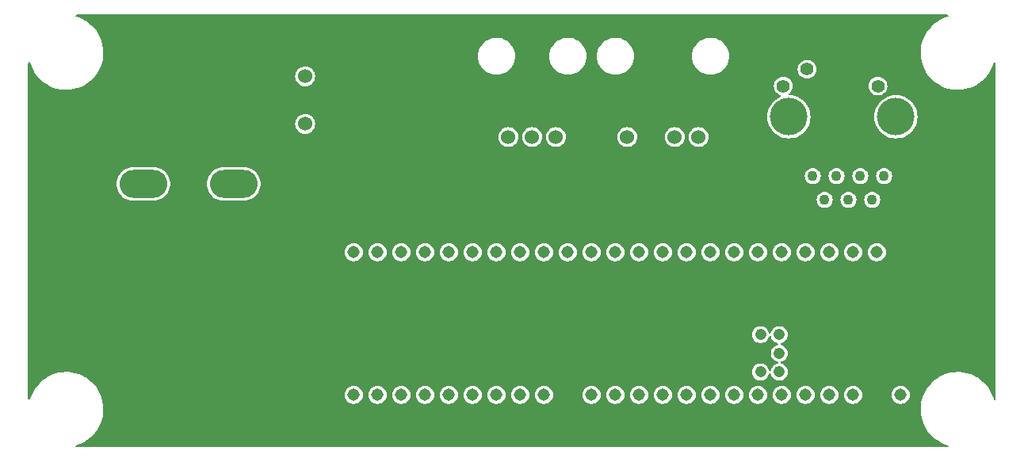
<source format=gbl>
G04 #@! TF.GenerationSoftware,KiCad,Pcbnew,7.0.5*
G04 #@! TF.CreationDate,2024-03-24T13:33:04-05:00*
G04 #@! TF.ProjectId,RotatingSignalStack_board,526f7461-7469-46e6-9753-69676e616c53,rev?*
G04 #@! TF.SameCoordinates,Original*
G04 #@! TF.FileFunction,Copper,L2,Bot*
G04 #@! TF.FilePolarity,Positive*
%FSLAX46Y46*%
G04 Gerber Fmt 4.6, Leading zero omitted, Abs format (unit mm)*
G04 Created by KiCad (PCBNEW 7.0.5) date 2024-03-24 13:33:04*
%MOMM*%
%LPD*%
G01*
G04 APERTURE LIST*
G04 #@! TA.AperFunction,ComponentPad*
%ADD10C,1.524000*%
G04 #@! TD*
G04 #@! TA.AperFunction,ComponentPad*
%ADD11O,5.100000X3.000000*%
G04 #@! TD*
G04 #@! TA.AperFunction,ComponentPad*
%ADD12C,1.308000*%
G04 #@! TD*
G04 #@! TA.AperFunction,ComponentPad*
%ADD13C,1.208000*%
G04 #@! TD*
G04 #@! TA.AperFunction,ComponentPad*
%ADD14C,1.100000*%
G04 #@! TD*
G04 #@! TA.AperFunction,ComponentPad*
%ADD15C,1.400000*%
G04 #@! TD*
G04 #@! TA.AperFunction,ComponentPad*
%ADD16C,4.000000*%
G04 #@! TD*
G04 #@! TA.AperFunction,ComponentPad*
%ADD17C,2.000000*%
G04 #@! TD*
G04 #@! TA.AperFunction,ViaPad*
%ADD18C,0.800000*%
G04 #@! TD*
G04 APERTURE END LIST*
D10*
X157099000Y-88900000D03*
X157099000Y-86360000D03*
X157099000Y-83820000D03*
D11*
X139814300Y-103173500D03*
X139814300Y-95299500D03*
D12*
X218186000Y-102616000D03*
X215646000Y-102616000D03*
X213106000Y-102616000D03*
X210566000Y-102616000D03*
X185166000Y-102616000D03*
X215646000Y-117856000D03*
X208026000Y-102616000D03*
X205486000Y-102616000D03*
X202946000Y-102616000D03*
X200406000Y-102616000D03*
X197866000Y-102616000D03*
X195326000Y-102616000D03*
X192786000Y-102616000D03*
X190246000Y-102616000D03*
X187706000Y-102616000D03*
X187706000Y-117856000D03*
X190246000Y-117856000D03*
X192786000Y-117856000D03*
X195326000Y-117856000D03*
X197866000Y-117856000D03*
X200406000Y-117856000D03*
X202946000Y-117856000D03*
X205486000Y-117856000D03*
X208026000Y-117856000D03*
X210566000Y-117856000D03*
X213106000Y-117856000D03*
X182626000Y-102616000D03*
X180086000Y-102616000D03*
X177546000Y-102616000D03*
X175006000Y-102616000D03*
X172466000Y-102616000D03*
X169926000Y-102616000D03*
X167386000Y-102616000D03*
X164846000Y-102616000D03*
X162306000Y-102616000D03*
X162306000Y-117856000D03*
X164846000Y-117856000D03*
X167386000Y-117856000D03*
X169926000Y-117856000D03*
X172466000Y-117856000D03*
X175006000Y-117856000D03*
X177546000Y-117856000D03*
X180086000Y-117856000D03*
X182626000Y-117856000D03*
X220726000Y-102616000D03*
X185166000Y-117856000D03*
X218186000Y-117856000D03*
D13*
X205756000Y-113406000D03*
X207756000Y-113406000D03*
X207756000Y-115406000D03*
X205756000Y-115406000D03*
X205756000Y-111406000D03*
X207756000Y-111406000D03*
D12*
X220726000Y-117856000D03*
D11*
X149466300Y-103173500D03*
X149466300Y-95299500D03*
D10*
X191516000Y-90297000D03*
X194056000Y-90297000D03*
X196596000Y-90297000D03*
X199136000Y-90297000D03*
D14*
X218948000Y-94488000D03*
X217678000Y-97028000D03*
X216408000Y-94488000D03*
X215138000Y-97028000D03*
X213868000Y-94488000D03*
X212598000Y-97028000D03*
X211328000Y-94488000D03*
X210058000Y-97028000D03*
D15*
X220828000Y-83058000D03*
X218288000Y-84848000D03*
X210718000Y-83058000D03*
X208178000Y-84848000D03*
D16*
X220218000Y-88138000D03*
X208788000Y-88138000D03*
D17*
X222378000Y-91188000D03*
X206628000Y-91188000D03*
D10*
X178816000Y-90297000D03*
X181356000Y-90297000D03*
X183896000Y-90297000D03*
D18*
X142748000Y-115316000D03*
X148590000Y-115316000D03*
X154432000Y-115316000D03*
X160782000Y-120650000D03*
X148590000Y-118364000D03*
G04 #@! TA.AperFunction,Conductor*
G36*
X225754238Y-77236185D02*
G01*
X225799993Y-77288989D01*
X225809937Y-77358147D01*
X225780912Y-77421703D01*
X225722134Y-77459477D01*
X225717797Y-77460666D01*
X225649272Y-77478114D01*
X225276549Y-77613774D01*
X224919191Y-77785869D01*
X224580753Y-77992684D01*
X224580742Y-77992692D01*
X224264575Y-78232180D01*
X224264572Y-78232182D01*
X223973813Y-78501968D01*
X223711365Y-78799359D01*
X223479839Y-79121393D01*
X223479826Y-79121413D01*
X223281516Y-79464896D01*
X223118382Y-79826437D01*
X222992059Y-80202419D01*
X222903799Y-80589111D01*
X222854478Y-80982681D01*
X222844590Y-81379173D01*
X222844590Y-81379187D01*
X222874230Y-81774711D01*
X222874231Y-81774724D01*
X222943108Y-82165339D01*
X223050530Y-82547137D01*
X223050534Y-82547151D01*
X223195435Y-82916353D01*
X223195440Y-82916365D01*
X223376386Y-83269314D01*
X223376397Y-83269333D01*
X223413734Y-83327141D01*
X223591586Y-83602509D01*
X223838886Y-83912614D01*
X223838895Y-83912625D01*
X224115823Y-84196544D01*
X224115833Y-84196554D01*
X224419676Y-84451508D01*
X224747394Y-84674942D01*
X225095730Y-84864636D01*
X225461223Y-85018704D01*
X225461232Y-85018706D01*
X225461238Y-85018709D01*
X225840235Y-85135614D01*
X225840248Y-85135617D01*
X226228999Y-85214205D01*
X226229014Y-85214208D01*
X226567299Y-85248058D01*
X226623680Y-85253700D01*
X226623681Y-85253700D01*
X226921084Y-85253700D01*
X226921101Y-85253700D01*
X227218145Y-85238875D01*
X227610353Y-85179759D01*
X227994726Y-85081886D01*
X228367445Y-84946228D01*
X228724803Y-84774133D01*
X229063251Y-84567312D01*
X229379424Y-84327820D01*
X229670181Y-84058037D01*
X229932631Y-83760645D01*
X230164166Y-83438600D01*
X230362485Y-83095101D01*
X230525617Y-82733563D01*
X230643957Y-82381340D01*
X230683968Y-82324061D01*
X230748594Y-82297506D01*
X230817318Y-82310107D01*
X230868321Y-82357862D01*
X230885500Y-82420833D01*
X230885500Y-118252243D01*
X230865815Y-118319282D01*
X230813011Y-118365037D01*
X230743853Y-118374981D01*
X230680297Y-118345956D01*
X230642523Y-118287178D01*
X230642135Y-118285827D01*
X230593469Y-118112862D01*
X230593465Y-118112848D01*
X230448564Y-117743646D01*
X230448559Y-117743634D01*
X230267613Y-117390685D01*
X230267609Y-117390677D01*
X230052414Y-117057491D01*
X229805114Y-116747386D01*
X229805111Y-116747383D01*
X229805104Y-116747374D01*
X229528176Y-116463455D01*
X229528173Y-116463452D01*
X229528172Y-116463451D01*
X229528167Y-116463446D01*
X229224324Y-116208492D01*
X229151613Y-116158918D01*
X228896605Y-115985057D01*
X228780493Y-115921826D01*
X228548270Y-115795364D01*
X228548262Y-115795360D01*
X228548259Y-115795359D01*
X228182777Y-115641296D01*
X228182761Y-115641290D01*
X227803764Y-115524385D01*
X227803751Y-115524382D01*
X227415000Y-115445794D01*
X227414979Y-115445791D01*
X227020320Y-115406300D01*
X227020319Y-115406300D01*
X226722899Y-115406300D01*
X226722884Y-115406300D01*
X226425855Y-115421124D01*
X226033647Y-115480241D01*
X225649272Y-115578114D01*
X225276549Y-115713774D01*
X224919191Y-115885869D01*
X224580753Y-116092684D01*
X224580742Y-116092692D01*
X224264575Y-116332180D01*
X224264572Y-116332182D01*
X223973813Y-116601968D01*
X223711365Y-116899359D01*
X223479839Y-117221393D01*
X223479826Y-117221413D01*
X223281516Y-117564896D01*
X223118382Y-117926437D01*
X222992059Y-118302419D01*
X222903799Y-118689111D01*
X222854478Y-119082681D01*
X222844590Y-119479173D01*
X222844590Y-119479187D01*
X222874230Y-119874711D01*
X222874231Y-119874724D01*
X222943108Y-120265339D01*
X223050530Y-120647137D01*
X223050534Y-120647151D01*
X223195435Y-121016353D01*
X223195440Y-121016365D01*
X223376386Y-121369314D01*
X223376391Y-121369323D01*
X223591586Y-121702509D01*
X223838886Y-122012614D01*
X223838895Y-122012625D01*
X224115823Y-122296544D01*
X224115833Y-122296554D01*
X224419676Y-122551508D01*
X224747394Y-122774942D01*
X225095730Y-122964636D01*
X225461223Y-123118704D01*
X225461232Y-123118706D01*
X225461238Y-123118709D01*
X225728048Y-123201009D01*
X225786307Y-123239579D01*
X225814464Y-123303524D01*
X225803581Y-123372541D01*
X225757113Y-123424717D01*
X225691498Y-123443500D01*
X132706801Y-123443500D01*
X132639762Y-123423815D01*
X132594007Y-123371011D01*
X132584063Y-123301853D01*
X132613088Y-123238297D01*
X132671866Y-123200523D01*
X132676203Y-123199334D01*
X132744726Y-123181886D01*
X133117445Y-123046228D01*
X133474803Y-122874133D01*
X133813251Y-122667312D01*
X134129424Y-122427820D01*
X134420181Y-122158037D01*
X134682631Y-121860645D01*
X134914166Y-121538600D01*
X135112485Y-121195101D01*
X135275617Y-120833563D01*
X135401941Y-120457578D01*
X135490201Y-120070885D01*
X135539521Y-119677325D01*
X135544462Y-119479173D01*
X135549409Y-119280826D01*
X135549409Y-119280810D01*
X135549408Y-119280810D01*
X135519769Y-118885280D01*
X135450893Y-118494668D01*
X135414420Y-118365037D01*
X135379006Y-118239166D01*
X135343467Y-118112854D01*
X135316097Y-118043117D01*
X135242659Y-117856000D01*
X161346882Y-117856000D01*
X161365310Y-118043115D01*
X161365311Y-118043117D01*
X161419891Y-118223040D01*
X161508518Y-118388851D01*
X161508523Y-118388857D01*
X161627800Y-118534199D01*
X161773142Y-118653476D01*
X161773148Y-118653481D01*
X161938959Y-118742108D01*
X161938961Y-118742109D01*
X162118882Y-118796688D01*
X162118884Y-118796689D01*
X162137312Y-118798503D01*
X162306000Y-118815118D01*
X162493115Y-118796689D01*
X162673039Y-118742109D01*
X162734373Y-118709324D01*
X162838851Y-118653481D01*
X162838853Y-118653478D01*
X162838857Y-118653477D01*
X162984199Y-118534199D01*
X163103477Y-118388857D01*
X163103478Y-118388853D01*
X163103481Y-118388851D01*
X163192108Y-118223040D01*
X163192109Y-118223039D01*
X163246689Y-118043115D01*
X163265118Y-117856000D01*
X163886882Y-117856000D01*
X163905310Y-118043115D01*
X163905311Y-118043117D01*
X163959891Y-118223040D01*
X164048518Y-118388851D01*
X164048523Y-118388857D01*
X164167800Y-118534199D01*
X164313142Y-118653476D01*
X164313148Y-118653481D01*
X164478959Y-118742108D01*
X164478961Y-118742109D01*
X164658882Y-118796688D01*
X164658884Y-118796689D01*
X164675660Y-118798341D01*
X164846000Y-118815118D01*
X165033115Y-118796689D01*
X165213039Y-118742109D01*
X165274373Y-118709324D01*
X165378851Y-118653481D01*
X165378853Y-118653478D01*
X165378857Y-118653477D01*
X165524199Y-118534199D01*
X165643477Y-118388857D01*
X165643478Y-118388853D01*
X165643481Y-118388851D01*
X165732108Y-118223040D01*
X165732109Y-118223039D01*
X165786689Y-118043115D01*
X165805118Y-117856000D01*
X166426882Y-117856000D01*
X166445310Y-118043115D01*
X166445311Y-118043117D01*
X166499891Y-118223040D01*
X166588518Y-118388851D01*
X166588523Y-118388857D01*
X166707800Y-118534199D01*
X166853142Y-118653476D01*
X166853148Y-118653481D01*
X167018959Y-118742108D01*
X167018961Y-118742109D01*
X167198882Y-118796688D01*
X167198884Y-118796689D01*
X167215660Y-118798341D01*
X167386000Y-118815118D01*
X167573115Y-118796689D01*
X167753039Y-118742109D01*
X167814373Y-118709324D01*
X167918851Y-118653481D01*
X167918853Y-118653478D01*
X167918857Y-118653477D01*
X168064199Y-118534199D01*
X168183477Y-118388857D01*
X168183478Y-118388853D01*
X168183481Y-118388851D01*
X168272108Y-118223040D01*
X168272109Y-118223039D01*
X168326689Y-118043115D01*
X168345118Y-117856000D01*
X168966882Y-117856000D01*
X168985310Y-118043115D01*
X168985311Y-118043117D01*
X169039891Y-118223040D01*
X169128518Y-118388851D01*
X169128523Y-118388857D01*
X169247800Y-118534199D01*
X169393142Y-118653476D01*
X169393148Y-118653481D01*
X169558959Y-118742108D01*
X169558961Y-118742109D01*
X169738882Y-118796688D01*
X169738884Y-118796689D01*
X169757312Y-118798503D01*
X169926000Y-118815118D01*
X170113115Y-118796689D01*
X170293039Y-118742109D01*
X170354373Y-118709324D01*
X170458851Y-118653481D01*
X170458853Y-118653478D01*
X170458857Y-118653477D01*
X170604199Y-118534199D01*
X170723477Y-118388857D01*
X170723478Y-118388853D01*
X170723481Y-118388851D01*
X170812108Y-118223040D01*
X170812109Y-118223039D01*
X170866689Y-118043115D01*
X170885118Y-117856000D01*
X171506882Y-117856000D01*
X171525310Y-118043115D01*
X171525311Y-118043117D01*
X171579891Y-118223040D01*
X171668518Y-118388851D01*
X171668523Y-118388857D01*
X171787800Y-118534199D01*
X171933142Y-118653476D01*
X171933148Y-118653481D01*
X172098959Y-118742108D01*
X172098961Y-118742109D01*
X172278882Y-118796688D01*
X172278884Y-118796689D01*
X172297313Y-118798503D01*
X172466000Y-118815118D01*
X172653115Y-118796689D01*
X172833039Y-118742109D01*
X172894373Y-118709324D01*
X172998851Y-118653481D01*
X172998853Y-118653478D01*
X172998857Y-118653477D01*
X173144199Y-118534199D01*
X173263477Y-118388857D01*
X173263478Y-118388853D01*
X173263481Y-118388851D01*
X173352108Y-118223040D01*
X173352109Y-118223039D01*
X173406689Y-118043115D01*
X173425118Y-117856000D01*
X174046882Y-117856000D01*
X174065310Y-118043115D01*
X174065311Y-118043117D01*
X174119891Y-118223040D01*
X174208518Y-118388851D01*
X174208523Y-118388857D01*
X174327800Y-118534199D01*
X174473142Y-118653476D01*
X174473148Y-118653481D01*
X174638959Y-118742108D01*
X174638961Y-118742109D01*
X174818882Y-118796688D01*
X174818884Y-118796689D01*
X174835660Y-118798341D01*
X175006000Y-118815118D01*
X175193115Y-118796689D01*
X175373039Y-118742109D01*
X175434373Y-118709324D01*
X175538851Y-118653481D01*
X175538853Y-118653478D01*
X175538857Y-118653477D01*
X175684199Y-118534199D01*
X175803477Y-118388857D01*
X175803478Y-118388853D01*
X175803481Y-118388851D01*
X175892108Y-118223040D01*
X175892109Y-118223039D01*
X175946689Y-118043115D01*
X175965118Y-117856000D01*
X176586882Y-117856000D01*
X176605310Y-118043115D01*
X176605311Y-118043117D01*
X176659891Y-118223040D01*
X176748518Y-118388851D01*
X176748523Y-118388857D01*
X176867800Y-118534199D01*
X177013142Y-118653476D01*
X177013148Y-118653481D01*
X177178959Y-118742108D01*
X177178961Y-118742109D01*
X177358882Y-118796688D01*
X177358884Y-118796689D01*
X177375660Y-118798341D01*
X177546000Y-118815118D01*
X177733115Y-118796689D01*
X177913039Y-118742109D01*
X177974373Y-118709324D01*
X178078851Y-118653481D01*
X178078853Y-118653478D01*
X178078857Y-118653477D01*
X178224199Y-118534199D01*
X178343477Y-118388857D01*
X178343478Y-118388853D01*
X178343481Y-118388851D01*
X178432108Y-118223040D01*
X178432109Y-118223039D01*
X178486689Y-118043115D01*
X178505118Y-117856000D01*
X179126882Y-117856000D01*
X179145310Y-118043115D01*
X179145311Y-118043117D01*
X179199891Y-118223040D01*
X179288518Y-118388851D01*
X179288523Y-118388857D01*
X179407800Y-118534199D01*
X179553142Y-118653476D01*
X179553148Y-118653481D01*
X179718959Y-118742108D01*
X179718961Y-118742109D01*
X179898882Y-118796688D01*
X179898884Y-118796689D01*
X179917313Y-118798503D01*
X180086000Y-118815118D01*
X180273115Y-118796689D01*
X180453039Y-118742109D01*
X180514373Y-118709324D01*
X180618851Y-118653481D01*
X180618853Y-118653478D01*
X180618857Y-118653477D01*
X180764199Y-118534199D01*
X180883477Y-118388857D01*
X180883478Y-118388853D01*
X180883481Y-118388851D01*
X180972108Y-118223040D01*
X180972109Y-118223039D01*
X181026689Y-118043115D01*
X181045118Y-117856000D01*
X181666882Y-117856000D01*
X181685310Y-118043115D01*
X181685311Y-118043117D01*
X181739891Y-118223040D01*
X181828518Y-118388851D01*
X181828523Y-118388857D01*
X181947800Y-118534199D01*
X182093142Y-118653476D01*
X182093148Y-118653481D01*
X182258959Y-118742108D01*
X182258961Y-118742109D01*
X182438882Y-118796688D01*
X182438884Y-118796689D01*
X182457313Y-118798503D01*
X182626000Y-118815118D01*
X182813115Y-118796689D01*
X182993039Y-118742109D01*
X183054373Y-118709324D01*
X183158851Y-118653481D01*
X183158853Y-118653478D01*
X183158857Y-118653477D01*
X183304199Y-118534199D01*
X183423477Y-118388857D01*
X183423478Y-118388853D01*
X183423481Y-118388851D01*
X183512108Y-118223040D01*
X183512109Y-118223039D01*
X183566689Y-118043115D01*
X183585118Y-117856000D01*
X186746882Y-117856000D01*
X186765310Y-118043115D01*
X186765311Y-118043117D01*
X186819891Y-118223040D01*
X186908518Y-118388851D01*
X186908523Y-118388857D01*
X187027800Y-118534199D01*
X187173142Y-118653476D01*
X187173148Y-118653481D01*
X187338959Y-118742108D01*
X187338961Y-118742109D01*
X187518882Y-118796688D01*
X187518884Y-118796689D01*
X187535660Y-118798341D01*
X187706000Y-118815118D01*
X187893115Y-118796689D01*
X188073039Y-118742109D01*
X188134373Y-118709324D01*
X188238851Y-118653481D01*
X188238853Y-118653478D01*
X188238857Y-118653477D01*
X188384199Y-118534199D01*
X188503477Y-118388857D01*
X188503478Y-118388853D01*
X188503481Y-118388851D01*
X188592108Y-118223040D01*
X188592109Y-118223039D01*
X188646689Y-118043115D01*
X188665118Y-117856000D01*
X189286882Y-117856000D01*
X189305310Y-118043115D01*
X189305311Y-118043117D01*
X189359891Y-118223040D01*
X189448518Y-118388851D01*
X189448523Y-118388857D01*
X189567800Y-118534199D01*
X189713142Y-118653476D01*
X189713148Y-118653481D01*
X189878959Y-118742108D01*
X189878961Y-118742109D01*
X190058882Y-118796688D01*
X190058884Y-118796689D01*
X190077313Y-118798503D01*
X190246000Y-118815118D01*
X190433115Y-118796689D01*
X190613039Y-118742109D01*
X190674373Y-118709324D01*
X190778851Y-118653481D01*
X190778853Y-118653478D01*
X190778857Y-118653477D01*
X190924199Y-118534199D01*
X191043477Y-118388857D01*
X191043478Y-118388853D01*
X191043481Y-118388851D01*
X191132108Y-118223040D01*
X191132109Y-118223039D01*
X191186689Y-118043115D01*
X191205118Y-117856000D01*
X191826882Y-117856000D01*
X191845310Y-118043115D01*
X191845311Y-118043117D01*
X191899891Y-118223040D01*
X191988518Y-118388851D01*
X191988523Y-118388857D01*
X192107800Y-118534199D01*
X192253142Y-118653476D01*
X192253148Y-118653481D01*
X192418959Y-118742108D01*
X192418961Y-118742109D01*
X192598882Y-118796688D01*
X192598884Y-118796689D01*
X192617312Y-118798503D01*
X192786000Y-118815118D01*
X192973115Y-118796689D01*
X193153039Y-118742109D01*
X193214373Y-118709324D01*
X193318851Y-118653481D01*
X193318853Y-118653478D01*
X193318857Y-118653477D01*
X193464199Y-118534199D01*
X193583477Y-118388857D01*
X193583478Y-118388853D01*
X193583481Y-118388851D01*
X193672108Y-118223040D01*
X193672109Y-118223039D01*
X193726689Y-118043115D01*
X193745118Y-117856000D01*
X194366882Y-117856000D01*
X194385310Y-118043115D01*
X194385311Y-118043117D01*
X194439891Y-118223040D01*
X194528518Y-118388851D01*
X194528523Y-118388857D01*
X194647800Y-118534199D01*
X194793142Y-118653476D01*
X194793148Y-118653481D01*
X194958959Y-118742108D01*
X194958961Y-118742109D01*
X195138882Y-118796688D01*
X195138884Y-118796689D01*
X195155660Y-118798341D01*
X195326000Y-118815118D01*
X195513115Y-118796689D01*
X195693039Y-118742109D01*
X195754373Y-118709324D01*
X195858851Y-118653481D01*
X195858853Y-118653478D01*
X195858857Y-118653477D01*
X196004199Y-118534199D01*
X196123477Y-118388857D01*
X196123478Y-118388853D01*
X196123481Y-118388851D01*
X196212108Y-118223040D01*
X196212109Y-118223039D01*
X196266689Y-118043115D01*
X196285118Y-117856000D01*
X196906882Y-117856000D01*
X196925310Y-118043115D01*
X196925311Y-118043117D01*
X196979891Y-118223040D01*
X197068518Y-118388851D01*
X197068523Y-118388857D01*
X197187800Y-118534199D01*
X197333142Y-118653476D01*
X197333148Y-118653481D01*
X197498959Y-118742108D01*
X197498961Y-118742109D01*
X197678882Y-118796688D01*
X197678884Y-118796689D01*
X197695660Y-118798341D01*
X197866000Y-118815118D01*
X198053115Y-118796689D01*
X198233039Y-118742109D01*
X198294373Y-118709324D01*
X198398851Y-118653481D01*
X198398853Y-118653478D01*
X198398857Y-118653477D01*
X198544199Y-118534199D01*
X198663477Y-118388857D01*
X198663478Y-118388853D01*
X198663481Y-118388851D01*
X198752108Y-118223040D01*
X198752109Y-118223039D01*
X198806689Y-118043115D01*
X198825118Y-117856000D01*
X199446882Y-117856000D01*
X199465310Y-118043115D01*
X199465311Y-118043117D01*
X199519891Y-118223040D01*
X199608518Y-118388851D01*
X199608523Y-118388857D01*
X199727800Y-118534199D01*
X199873142Y-118653476D01*
X199873148Y-118653481D01*
X200038959Y-118742108D01*
X200038961Y-118742109D01*
X200218882Y-118796688D01*
X200218884Y-118796689D01*
X200237313Y-118798503D01*
X200406000Y-118815118D01*
X200593115Y-118796689D01*
X200773039Y-118742109D01*
X200834373Y-118709324D01*
X200938851Y-118653481D01*
X200938853Y-118653478D01*
X200938857Y-118653477D01*
X201084199Y-118534199D01*
X201203477Y-118388857D01*
X201203478Y-118388853D01*
X201203481Y-118388851D01*
X201292108Y-118223040D01*
X201292109Y-118223039D01*
X201346689Y-118043115D01*
X201365118Y-117856000D01*
X201986882Y-117856000D01*
X202005310Y-118043115D01*
X202005311Y-118043117D01*
X202059891Y-118223040D01*
X202148518Y-118388851D01*
X202148523Y-118388857D01*
X202267800Y-118534199D01*
X202413142Y-118653476D01*
X202413148Y-118653481D01*
X202578959Y-118742108D01*
X202578961Y-118742109D01*
X202758882Y-118796688D01*
X202758884Y-118796689D01*
X202777312Y-118798503D01*
X202946000Y-118815118D01*
X203133115Y-118796689D01*
X203313039Y-118742109D01*
X203374373Y-118709324D01*
X203478851Y-118653481D01*
X203478853Y-118653478D01*
X203478857Y-118653477D01*
X203624199Y-118534199D01*
X203743477Y-118388857D01*
X203743478Y-118388853D01*
X203743481Y-118388851D01*
X203832108Y-118223040D01*
X203832109Y-118223039D01*
X203886689Y-118043115D01*
X203905118Y-117856000D01*
X204526882Y-117856000D01*
X204545310Y-118043115D01*
X204545311Y-118043117D01*
X204599891Y-118223040D01*
X204688518Y-118388851D01*
X204688523Y-118388857D01*
X204807800Y-118534199D01*
X204953142Y-118653476D01*
X204953148Y-118653481D01*
X205118959Y-118742108D01*
X205118961Y-118742109D01*
X205298882Y-118796688D01*
X205298884Y-118796689D01*
X205315660Y-118798341D01*
X205486000Y-118815118D01*
X205673115Y-118796689D01*
X205853039Y-118742109D01*
X205914373Y-118709324D01*
X206018851Y-118653481D01*
X206018853Y-118653478D01*
X206018857Y-118653477D01*
X206164199Y-118534199D01*
X206283477Y-118388857D01*
X206283478Y-118388853D01*
X206283481Y-118388851D01*
X206372108Y-118223040D01*
X206372109Y-118223039D01*
X206426689Y-118043115D01*
X206445118Y-117856000D01*
X207066882Y-117856000D01*
X207085310Y-118043115D01*
X207085311Y-118043117D01*
X207139891Y-118223040D01*
X207228518Y-118388851D01*
X207228523Y-118388857D01*
X207347800Y-118534199D01*
X207493142Y-118653476D01*
X207493148Y-118653481D01*
X207658959Y-118742108D01*
X207658961Y-118742109D01*
X207838882Y-118796688D01*
X207838884Y-118796689D01*
X207855660Y-118798341D01*
X208026000Y-118815118D01*
X208213115Y-118796689D01*
X208393039Y-118742109D01*
X208454373Y-118709324D01*
X208558851Y-118653481D01*
X208558853Y-118653478D01*
X208558857Y-118653477D01*
X208704199Y-118534199D01*
X208823477Y-118388857D01*
X208823478Y-118388853D01*
X208823481Y-118388851D01*
X208912108Y-118223040D01*
X208912109Y-118223039D01*
X208966689Y-118043115D01*
X208985118Y-117856000D01*
X209606882Y-117856000D01*
X209625310Y-118043115D01*
X209625311Y-118043117D01*
X209679891Y-118223040D01*
X209768518Y-118388851D01*
X209768523Y-118388857D01*
X209887800Y-118534199D01*
X210033142Y-118653476D01*
X210033148Y-118653481D01*
X210198959Y-118742108D01*
X210198961Y-118742109D01*
X210378882Y-118796688D01*
X210378884Y-118796689D01*
X210397312Y-118798503D01*
X210566000Y-118815118D01*
X210753115Y-118796689D01*
X210933039Y-118742109D01*
X210994373Y-118709324D01*
X211098851Y-118653481D01*
X211098853Y-118653478D01*
X211098857Y-118653477D01*
X211244199Y-118534199D01*
X211363477Y-118388857D01*
X211363478Y-118388853D01*
X211363481Y-118388851D01*
X211452108Y-118223040D01*
X211452109Y-118223039D01*
X211506689Y-118043115D01*
X211525118Y-117856000D01*
X212146882Y-117856000D01*
X212165310Y-118043115D01*
X212165311Y-118043117D01*
X212219891Y-118223040D01*
X212308518Y-118388851D01*
X212308523Y-118388857D01*
X212427800Y-118534199D01*
X212573142Y-118653476D01*
X212573148Y-118653481D01*
X212738959Y-118742108D01*
X212738961Y-118742109D01*
X212918882Y-118796688D01*
X212918884Y-118796689D01*
X212937313Y-118798503D01*
X213106000Y-118815118D01*
X213293115Y-118796689D01*
X213473039Y-118742109D01*
X213534373Y-118709324D01*
X213638851Y-118653481D01*
X213638853Y-118653478D01*
X213638857Y-118653477D01*
X213784199Y-118534199D01*
X213903477Y-118388857D01*
X213903478Y-118388853D01*
X213903481Y-118388851D01*
X213992108Y-118223040D01*
X213992109Y-118223039D01*
X214046689Y-118043115D01*
X214065118Y-117856000D01*
X214686882Y-117856000D01*
X214705310Y-118043115D01*
X214705311Y-118043117D01*
X214759891Y-118223040D01*
X214848518Y-118388851D01*
X214848523Y-118388857D01*
X214967800Y-118534199D01*
X215113142Y-118653476D01*
X215113148Y-118653481D01*
X215278959Y-118742108D01*
X215278961Y-118742109D01*
X215458882Y-118796688D01*
X215458884Y-118796689D01*
X215475660Y-118798341D01*
X215646000Y-118815118D01*
X215833115Y-118796689D01*
X216013039Y-118742109D01*
X216074373Y-118709324D01*
X216178851Y-118653481D01*
X216178853Y-118653478D01*
X216178857Y-118653477D01*
X216324199Y-118534199D01*
X216443477Y-118388857D01*
X216443478Y-118388853D01*
X216443481Y-118388851D01*
X216532108Y-118223040D01*
X216532109Y-118223039D01*
X216586689Y-118043115D01*
X216605118Y-117856000D01*
X219766882Y-117856000D01*
X219785310Y-118043115D01*
X219785311Y-118043117D01*
X219839891Y-118223040D01*
X219928518Y-118388851D01*
X219928523Y-118388857D01*
X220047800Y-118534199D01*
X220193142Y-118653476D01*
X220193148Y-118653481D01*
X220358959Y-118742108D01*
X220358961Y-118742109D01*
X220538882Y-118796688D01*
X220538884Y-118796689D01*
X220557313Y-118798503D01*
X220726000Y-118815118D01*
X220913115Y-118796689D01*
X221093039Y-118742109D01*
X221154373Y-118709324D01*
X221258851Y-118653481D01*
X221258853Y-118653478D01*
X221258857Y-118653477D01*
X221404199Y-118534199D01*
X221523477Y-118388857D01*
X221523478Y-118388853D01*
X221523481Y-118388851D01*
X221612108Y-118223040D01*
X221612109Y-118223039D01*
X221666689Y-118043115D01*
X221685118Y-117856000D01*
X221666689Y-117668885D01*
X221612109Y-117488961D01*
X221612108Y-117488959D01*
X221523481Y-117323148D01*
X221523476Y-117323142D01*
X221404199Y-117177800D01*
X221258857Y-117058523D01*
X221258851Y-117058518D01*
X221093040Y-116969891D01*
X220913117Y-116915311D01*
X220913115Y-116915310D01*
X220726000Y-116896882D01*
X220538884Y-116915310D01*
X220538882Y-116915311D01*
X220358959Y-116969891D01*
X220193148Y-117058518D01*
X220193142Y-117058523D01*
X220047800Y-117177800D01*
X219928523Y-117323142D01*
X219928518Y-117323148D01*
X219839891Y-117488959D01*
X219785311Y-117668882D01*
X219785310Y-117668884D01*
X219766882Y-117856000D01*
X216605118Y-117856000D01*
X216586689Y-117668885D01*
X216532109Y-117488961D01*
X216532108Y-117488959D01*
X216443481Y-117323148D01*
X216443476Y-117323142D01*
X216324199Y-117177800D01*
X216178857Y-117058523D01*
X216178851Y-117058518D01*
X216013040Y-116969891D01*
X215833117Y-116915311D01*
X215833115Y-116915310D01*
X215646000Y-116896882D01*
X215458884Y-116915310D01*
X215458882Y-116915311D01*
X215278959Y-116969891D01*
X215113148Y-117058518D01*
X215113142Y-117058523D01*
X214967800Y-117177800D01*
X214848523Y-117323142D01*
X214848518Y-117323148D01*
X214759891Y-117488959D01*
X214705311Y-117668882D01*
X214705310Y-117668884D01*
X214686882Y-117856000D01*
X214065118Y-117856000D01*
X214046689Y-117668885D01*
X213992109Y-117488961D01*
X213992108Y-117488959D01*
X213903481Y-117323148D01*
X213903476Y-117323142D01*
X213784199Y-117177800D01*
X213638857Y-117058523D01*
X213638851Y-117058518D01*
X213473040Y-116969891D01*
X213293117Y-116915311D01*
X213293115Y-116915310D01*
X213106000Y-116896882D01*
X212918884Y-116915310D01*
X212918882Y-116915311D01*
X212738959Y-116969891D01*
X212573148Y-117058518D01*
X212573142Y-117058523D01*
X212427800Y-117177800D01*
X212308523Y-117323142D01*
X212308518Y-117323148D01*
X212219891Y-117488959D01*
X212165311Y-117668882D01*
X212165310Y-117668884D01*
X212146882Y-117856000D01*
X211525118Y-117856000D01*
X211506689Y-117668885D01*
X211452109Y-117488961D01*
X211452108Y-117488959D01*
X211363481Y-117323148D01*
X211363476Y-117323142D01*
X211244199Y-117177800D01*
X211098857Y-117058523D01*
X211098851Y-117058518D01*
X210933040Y-116969891D01*
X210753117Y-116915311D01*
X210753115Y-116915310D01*
X210566000Y-116896882D01*
X210378884Y-116915310D01*
X210378882Y-116915311D01*
X210198959Y-116969891D01*
X210033148Y-117058518D01*
X210033142Y-117058523D01*
X209887800Y-117177800D01*
X209768523Y-117323142D01*
X209768518Y-117323148D01*
X209679891Y-117488959D01*
X209625311Y-117668882D01*
X209625310Y-117668884D01*
X209606882Y-117856000D01*
X208985118Y-117856000D01*
X208966689Y-117668885D01*
X208912109Y-117488961D01*
X208912108Y-117488959D01*
X208823481Y-117323148D01*
X208823476Y-117323142D01*
X208704199Y-117177800D01*
X208558857Y-117058523D01*
X208558851Y-117058518D01*
X208393040Y-116969891D01*
X208213117Y-116915311D01*
X208213115Y-116915310D01*
X208026000Y-116896882D01*
X207838884Y-116915310D01*
X207838882Y-116915311D01*
X207658959Y-116969891D01*
X207493148Y-117058518D01*
X207493142Y-117058523D01*
X207347800Y-117177800D01*
X207228523Y-117323142D01*
X207228518Y-117323148D01*
X207139891Y-117488959D01*
X207085311Y-117668882D01*
X207085310Y-117668884D01*
X207066882Y-117856000D01*
X206445118Y-117856000D01*
X206426689Y-117668885D01*
X206372109Y-117488961D01*
X206372108Y-117488959D01*
X206283481Y-117323148D01*
X206283476Y-117323142D01*
X206164199Y-117177800D01*
X206018857Y-117058523D01*
X206018851Y-117058518D01*
X205853040Y-116969891D01*
X205673117Y-116915311D01*
X205673115Y-116915310D01*
X205486000Y-116896882D01*
X205298884Y-116915310D01*
X205298882Y-116915311D01*
X205118959Y-116969891D01*
X204953148Y-117058518D01*
X204953142Y-117058523D01*
X204807800Y-117177800D01*
X204688523Y-117323142D01*
X204688518Y-117323148D01*
X204599891Y-117488959D01*
X204545311Y-117668882D01*
X204545310Y-117668884D01*
X204526882Y-117856000D01*
X203905118Y-117856000D01*
X203886689Y-117668885D01*
X203832109Y-117488961D01*
X203832108Y-117488959D01*
X203743481Y-117323148D01*
X203743476Y-117323142D01*
X203624199Y-117177800D01*
X203478857Y-117058523D01*
X203478851Y-117058518D01*
X203313040Y-116969891D01*
X203133117Y-116915311D01*
X203133115Y-116915310D01*
X202946000Y-116896882D01*
X202758884Y-116915310D01*
X202758882Y-116915311D01*
X202578959Y-116969891D01*
X202413148Y-117058518D01*
X202413142Y-117058523D01*
X202267800Y-117177800D01*
X202148523Y-117323142D01*
X202148518Y-117323148D01*
X202059891Y-117488959D01*
X202005311Y-117668882D01*
X202005310Y-117668884D01*
X201986882Y-117856000D01*
X201365118Y-117856000D01*
X201346689Y-117668885D01*
X201292109Y-117488961D01*
X201292108Y-117488959D01*
X201203481Y-117323148D01*
X201203476Y-117323142D01*
X201084199Y-117177800D01*
X200938857Y-117058523D01*
X200938851Y-117058518D01*
X200773040Y-116969891D01*
X200593117Y-116915311D01*
X200593115Y-116915310D01*
X200406000Y-116896882D01*
X200218884Y-116915310D01*
X200218882Y-116915311D01*
X200038959Y-116969891D01*
X199873148Y-117058518D01*
X199873142Y-117058523D01*
X199727800Y-117177800D01*
X199608523Y-117323142D01*
X199608518Y-117323148D01*
X199519891Y-117488959D01*
X199465311Y-117668882D01*
X199465310Y-117668884D01*
X199446882Y-117856000D01*
X198825118Y-117856000D01*
X198806689Y-117668885D01*
X198752109Y-117488961D01*
X198752108Y-117488959D01*
X198663481Y-117323148D01*
X198663476Y-117323142D01*
X198544199Y-117177800D01*
X198398857Y-117058523D01*
X198398851Y-117058518D01*
X198233040Y-116969891D01*
X198053117Y-116915311D01*
X198053115Y-116915310D01*
X197866000Y-116896882D01*
X197678884Y-116915310D01*
X197678882Y-116915311D01*
X197498959Y-116969891D01*
X197333148Y-117058518D01*
X197333142Y-117058523D01*
X197187800Y-117177800D01*
X197068523Y-117323142D01*
X197068518Y-117323148D01*
X196979891Y-117488959D01*
X196925311Y-117668882D01*
X196925310Y-117668884D01*
X196906882Y-117856000D01*
X196285118Y-117856000D01*
X196266689Y-117668885D01*
X196212109Y-117488961D01*
X196212108Y-117488959D01*
X196123481Y-117323148D01*
X196123476Y-117323142D01*
X196004199Y-117177800D01*
X195858857Y-117058523D01*
X195858851Y-117058518D01*
X195693040Y-116969891D01*
X195513117Y-116915311D01*
X195513115Y-116915310D01*
X195326000Y-116896882D01*
X195138884Y-116915310D01*
X195138882Y-116915311D01*
X194958959Y-116969891D01*
X194793148Y-117058518D01*
X194793142Y-117058523D01*
X194647800Y-117177800D01*
X194528523Y-117323142D01*
X194528518Y-117323148D01*
X194439891Y-117488959D01*
X194385311Y-117668882D01*
X194385310Y-117668884D01*
X194366882Y-117856000D01*
X193745118Y-117856000D01*
X193726689Y-117668885D01*
X193672109Y-117488961D01*
X193672108Y-117488959D01*
X193583481Y-117323148D01*
X193583476Y-117323142D01*
X193464199Y-117177800D01*
X193318857Y-117058523D01*
X193318851Y-117058518D01*
X193153040Y-116969891D01*
X192973117Y-116915311D01*
X192973115Y-116915310D01*
X192786000Y-116896882D01*
X192598884Y-116915310D01*
X192598882Y-116915311D01*
X192418959Y-116969891D01*
X192253148Y-117058518D01*
X192253142Y-117058523D01*
X192107800Y-117177800D01*
X191988523Y-117323142D01*
X191988518Y-117323148D01*
X191899891Y-117488959D01*
X191845311Y-117668882D01*
X191845310Y-117668884D01*
X191826882Y-117856000D01*
X191205118Y-117856000D01*
X191186689Y-117668885D01*
X191132109Y-117488961D01*
X191132108Y-117488959D01*
X191043481Y-117323148D01*
X191043476Y-117323142D01*
X190924199Y-117177800D01*
X190778857Y-117058523D01*
X190778851Y-117058518D01*
X190613040Y-116969891D01*
X190433117Y-116915311D01*
X190433115Y-116915310D01*
X190246000Y-116896882D01*
X190058884Y-116915310D01*
X190058882Y-116915311D01*
X189878959Y-116969891D01*
X189713148Y-117058518D01*
X189713142Y-117058523D01*
X189567800Y-117177800D01*
X189448523Y-117323142D01*
X189448518Y-117323148D01*
X189359891Y-117488959D01*
X189305311Y-117668882D01*
X189305310Y-117668884D01*
X189286882Y-117856000D01*
X188665118Y-117856000D01*
X188646689Y-117668885D01*
X188592109Y-117488961D01*
X188592108Y-117488959D01*
X188503481Y-117323148D01*
X188503476Y-117323142D01*
X188384199Y-117177800D01*
X188238857Y-117058523D01*
X188238851Y-117058518D01*
X188073040Y-116969891D01*
X187893117Y-116915311D01*
X187893115Y-116915310D01*
X187706000Y-116896882D01*
X187518884Y-116915310D01*
X187518882Y-116915311D01*
X187338959Y-116969891D01*
X187173148Y-117058518D01*
X187173142Y-117058523D01*
X187027800Y-117177800D01*
X186908523Y-117323142D01*
X186908518Y-117323148D01*
X186819891Y-117488959D01*
X186765311Y-117668882D01*
X186765310Y-117668884D01*
X186746882Y-117856000D01*
X183585118Y-117856000D01*
X183566689Y-117668885D01*
X183512109Y-117488961D01*
X183512108Y-117488959D01*
X183423481Y-117323148D01*
X183423476Y-117323142D01*
X183304199Y-117177800D01*
X183158857Y-117058523D01*
X183158851Y-117058518D01*
X182993040Y-116969891D01*
X182813117Y-116915311D01*
X182813115Y-116915310D01*
X182626000Y-116896882D01*
X182438884Y-116915310D01*
X182438882Y-116915311D01*
X182258959Y-116969891D01*
X182093148Y-117058518D01*
X182093142Y-117058523D01*
X181947800Y-117177800D01*
X181828523Y-117323142D01*
X181828518Y-117323148D01*
X181739891Y-117488959D01*
X181685311Y-117668882D01*
X181685310Y-117668884D01*
X181666882Y-117856000D01*
X181045118Y-117856000D01*
X181026689Y-117668885D01*
X180972109Y-117488961D01*
X180972108Y-117488959D01*
X180883481Y-117323148D01*
X180883476Y-117323142D01*
X180764199Y-117177800D01*
X180618857Y-117058523D01*
X180618851Y-117058518D01*
X180453040Y-116969891D01*
X180273117Y-116915311D01*
X180273115Y-116915310D01*
X180086000Y-116896882D01*
X179898884Y-116915310D01*
X179898882Y-116915311D01*
X179718959Y-116969891D01*
X179553148Y-117058518D01*
X179553142Y-117058523D01*
X179407800Y-117177800D01*
X179288523Y-117323142D01*
X179288518Y-117323148D01*
X179199891Y-117488959D01*
X179145311Y-117668882D01*
X179145310Y-117668884D01*
X179126882Y-117856000D01*
X178505118Y-117856000D01*
X178486689Y-117668885D01*
X178432109Y-117488961D01*
X178432108Y-117488959D01*
X178343481Y-117323148D01*
X178343476Y-117323142D01*
X178224199Y-117177800D01*
X178078857Y-117058523D01*
X178078851Y-117058518D01*
X177913040Y-116969891D01*
X177733117Y-116915311D01*
X177733115Y-116915310D01*
X177546000Y-116896882D01*
X177358884Y-116915310D01*
X177358882Y-116915311D01*
X177178959Y-116969891D01*
X177013148Y-117058518D01*
X177013142Y-117058523D01*
X176867800Y-117177800D01*
X176748523Y-117323142D01*
X176748518Y-117323148D01*
X176659891Y-117488959D01*
X176605311Y-117668882D01*
X176605310Y-117668884D01*
X176586882Y-117856000D01*
X175965118Y-117856000D01*
X175946689Y-117668885D01*
X175892109Y-117488961D01*
X175892108Y-117488959D01*
X175803481Y-117323148D01*
X175803476Y-117323142D01*
X175684199Y-117177800D01*
X175538857Y-117058523D01*
X175538851Y-117058518D01*
X175373040Y-116969891D01*
X175193117Y-116915311D01*
X175193115Y-116915310D01*
X175006000Y-116896882D01*
X174818884Y-116915310D01*
X174818882Y-116915311D01*
X174638959Y-116969891D01*
X174473148Y-117058518D01*
X174473142Y-117058523D01*
X174327800Y-117177800D01*
X174208523Y-117323142D01*
X174208518Y-117323148D01*
X174119891Y-117488959D01*
X174065311Y-117668882D01*
X174065310Y-117668884D01*
X174046882Y-117856000D01*
X173425118Y-117856000D01*
X173406689Y-117668885D01*
X173352109Y-117488961D01*
X173352108Y-117488959D01*
X173263481Y-117323148D01*
X173263476Y-117323142D01*
X173144199Y-117177800D01*
X172998857Y-117058523D01*
X172998851Y-117058518D01*
X172833040Y-116969891D01*
X172653117Y-116915311D01*
X172653115Y-116915310D01*
X172466000Y-116896882D01*
X172278884Y-116915310D01*
X172278882Y-116915311D01*
X172098959Y-116969891D01*
X171933148Y-117058518D01*
X171933142Y-117058523D01*
X171787800Y-117177800D01*
X171668523Y-117323142D01*
X171668518Y-117323148D01*
X171579891Y-117488959D01*
X171525311Y-117668882D01*
X171525310Y-117668884D01*
X171506882Y-117856000D01*
X170885118Y-117856000D01*
X170866689Y-117668885D01*
X170812109Y-117488961D01*
X170812108Y-117488959D01*
X170723481Y-117323148D01*
X170723476Y-117323142D01*
X170604199Y-117177800D01*
X170458857Y-117058523D01*
X170458851Y-117058518D01*
X170293040Y-116969891D01*
X170113117Y-116915311D01*
X170113115Y-116915310D01*
X169926000Y-116896882D01*
X169738884Y-116915310D01*
X169738882Y-116915311D01*
X169558959Y-116969891D01*
X169393148Y-117058518D01*
X169393142Y-117058523D01*
X169247800Y-117177800D01*
X169128523Y-117323142D01*
X169128518Y-117323148D01*
X169039891Y-117488959D01*
X168985311Y-117668882D01*
X168985310Y-117668884D01*
X168966882Y-117856000D01*
X168345118Y-117856000D01*
X168326689Y-117668885D01*
X168272109Y-117488961D01*
X168272108Y-117488959D01*
X168183481Y-117323148D01*
X168183476Y-117323142D01*
X168064199Y-117177800D01*
X167918857Y-117058523D01*
X167918851Y-117058518D01*
X167753040Y-116969891D01*
X167573117Y-116915311D01*
X167573115Y-116915310D01*
X167386000Y-116896882D01*
X167198884Y-116915310D01*
X167198882Y-116915311D01*
X167018959Y-116969891D01*
X166853148Y-117058518D01*
X166853142Y-117058523D01*
X166707800Y-117177800D01*
X166588523Y-117323142D01*
X166588518Y-117323148D01*
X166499891Y-117488959D01*
X166445311Y-117668882D01*
X166445310Y-117668884D01*
X166426882Y-117856000D01*
X165805118Y-117856000D01*
X165786689Y-117668885D01*
X165732109Y-117488961D01*
X165732108Y-117488959D01*
X165643481Y-117323148D01*
X165643476Y-117323142D01*
X165524199Y-117177800D01*
X165378857Y-117058523D01*
X165378851Y-117058518D01*
X165213040Y-116969891D01*
X165033117Y-116915311D01*
X165033115Y-116915310D01*
X164846000Y-116896882D01*
X164658884Y-116915310D01*
X164658882Y-116915311D01*
X164478959Y-116969891D01*
X164313148Y-117058518D01*
X164313142Y-117058523D01*
X164167800Y-117177800D01*
X164048523Y-117323142D01*
X164048518Y-117323148D01*
X163959891Y-117488959D01*
X163905311Y-117668882D01*
X163905310Y-117668884D01*
X163886882Y-117856000D01*
X163265118Y-117856000D01*
X163246689Y-117668885D01*
X163192109Y-117488961D01*
X163192108Y-117488959D01*
X163103481Y-117323148D01*
X163103476Y-117323142D01*
X162984199Y-117177800D01*
X162838857Y-117058523D01*
X162838851Y-117058518D01*
X162673040Y-116969891D01*
X162493117Y-116915311D01*
X162493115Y-116915310D01*
X162306000Y-116896882D01*
X162118884Y-116915310D01*
X162118882Y-116915311D01*
X161938959Y-116969891D01*
X161773148Y-117058518D01*
X161773142Y-117058523D01*
X161627800Y-117177800D01*
X161508523Y-117323142D01*
X161508518Y-117323148D01*
X161419891Y-117488959D01*
X161365311Y-117668882D01*
X161365310Y-117668884D01*
X161346882Y-117856000D01*
X135242659Y-117856000D01*
X135198564Y-117743646D01*
X135198559Y-117743634D01*
X135017613Y-117390685D01*
X135017609Y-117390677D01*
X134802414Y-117057491D01*
X134555114Y-116747386D01*
X134555111Y-116747383D01*
X134555104Y-116747374D01*
X134278176Y-116463455D01*
X134278173Y-116463452D01*
X134278172Y-116463451D01*
X134278167Y-116463446D01*
X133974324Y-116208492D01*
X133901613Y-116158918D01*
X133646605Y-115985057D01*
X133530493Y-115921826D01*
X133298270Y-115795364D01*
X133298262Y-115795360D01*
X133298259Y-115795359D01*
X132932777Y-115641296D01*
X132932761Y-115641290D01*
X132553764Y-115524385D01*
X132553751Y-115524382D01*
X132165000Y-115445794D01*
X132164979Y-115445791D01*
X131770320Y-115406300D01*
X131770319Y-115406300D01*
X131472899Y-115406300D01*
X131472884Y-115406300D01*
X131175855Y-115421124D01*
X130783647Y-115480241D01*
X130399272Y-115578114D01*
X130026549Y-115713774D01*
X129669191Y-115885869D01*
X129330753Y-116092684D01*
X129330742Y-116092692D01*
X129014575Y-116332180D01*
X129014572Y-116332182D01*
X128723813Y-116601968D01*
X128461365Y-116899359D01*
X128229839Y-117221393D01*
X128229826Y-117221413D01*
X128031516Y-117564896D01*
X127868382Y-117926437D01*
X127750043Y-118278658D01*
X127710032Y-118335938D01*
X127645406Y-118362493D01*
X127576682Y-118349892D01*
X127525679Y-118302137D01*
X127508500Y-118239166D01*
X127508500Y-115406000D01*
X204846518Y-115406000D01*
X204866392Y-115595092D01*
X204866393Y-115595095D01*
X204925144Y-115775913D01*
X204925147Y-115775920D01*
X205020214Y-115940580D01*
X205147438Y-116081877D01*
X205301259Y-116193635D01*
X205474955Y-116270969D01*
X205660933Y-116310500D01*
X205851067Y-116310500D01*
X206037045Y-116270969D01*
X206210741Y-116193635D01*
X206364562Y-116081877D01*
X206491786Y-115940580D01*
X206586853Y-115775920D01*
X206638069Y-115618293D01*
X206677506Y-115560618D01*
X206741865Y-115533420D01*
X206810711Y-115545335D01*
X206862187Y-115592579D01*
X206873931Y-115618294D01*
X206925144Y-115775914D01*
X206925147Y-115775920D01*
X207020214Y-115940580D01*
X207147438Y-116081877D01*
X207301259Y-116193635D01*
X207474955Y-116270969D01*
X207660933Y-116310500D01*
X207851067Y-116310500D01*
X208037045Y-116270969D01*
X208210741Y-116193635D01*
X208364562Y-116081877D01*
X208491786Y-115940580D01*
X208586853Y-115775920D01*
X208645608Y-115595092D01*
X208665482Y-115406000D01*
X208645608Y-115216908D01*
X208586853Y-115036080D01*
X208491786Y-114871420D01*
X208364562Y-114730123D01*
X208210741Y-114618365D01*
X208037045Y-114541031D01*
X208037043Y-114541030D01*
X208037044Y-114541030D01*
X207972398Y-114527289D01*
X207910916Y-114494096D01*
X207877140Y-114432932D01*
X207881794Y-114363218D01*
X207923399Y-114307086D01*
X207972394Y-114284710D01*
X208037045Y-114270969D01*
X208210741Y-114193635D01*
X208364562Y-114081877D01*
X208491786Y-113940580D01*
X208586853Y-113775920D01*
X208645608Y-113595092D01*
X208665482Y-113406000D01*
X208645608Y-113216908D01*
X208586853Y-113036080D01*
X208491786Y-112871420D01*
X208364562Y-112730123D01*
X208210741Y-112618365D01*
X208037045Y-112541031D01*
X208037043Y-112541030D01*
X207972399Y-112527290D01*
X207910917Y-112494098D01*
X207877141Y-112432935D01*
X207881793Y-112363220D01*
X207923398Y-112307088D01*
X207972399Y-112284710D01*
X207973823Y-112284407D01*
X208037045Y-112270969D01*
X208210741Y-112193635D01*
X208364562Y-112081877D01*
X208491786Y-111940580D01*
X208586853Y-111775920D01*
X208645608Y-111595092D01*
X208665482Y-111406000D01*
X208645608Y-111216908D01*
X208586853Y-111036080D01*
X208491786Y-110871420D01*
X208364562Y-110730123D01*
X208210741Y-110618365D01*
X208037045Y-110541031D01*
X208037043Y-110541030D01*
X207851067Y-110501500D01*
X207660933Y-110501500D01*
X207474957Y-110541030D01*
X207301257Y-110618366D01*
X207147436Y-110730124D01*
X207020213Y-110871421D01*
X206925147Y-111036079D01*
X206925144Y-111036086D01*
X206873931Y-111193705D01*
X206834493Y-111251381D01*
X206770135Y-111278579D01*
X206701288Y-111266664D01*
X206649813Y-111219420D01*
X206638069Y-111193705D01*
X206586855Y-111036086D01*
X206586854Y-111036085D01*
X206586853Y-111036080D01*
X206491786Y-110871420D01*
X206364562Y-110730123D01*
X206210741Y-110618365D01*
X206037045Y-110541031D01*
X206037043Y-110541030D01*
X205851067Y-110501500D01*
X205660933Y-110501500D01*
X205474957Y-110541030D01*
X205301257Y-110618366D01*
X205147436Y-110730124D01*
X205020213Y-110871421D01*
X204925147Y-111036079D01*
X204925144Y-111036086D01*
X204873931Y-111193705D01*
X204866392Y-111216908D01*
X204846518Y-111406000D01*
X204866392Y-111595092D01*
X204866393Y-111595095D01*
X204925144Y-111775913D01*
X204925147Y-111775920D01*
X205020214Y-111940580D01*
X205147438Y-112081877D01*
X205301259Y-112193635D01*
X205474955Y-112270969D01*
X205660933Y-112310500D01*
X205851067Y-112310500D01*
X206037045Y-112270969D01*
X206210741Y-112193635D01*
X206364562Y-112081877D01*
X206491786Y-111940580D01*
X206586853Y-111775920D01*
X206638069Y-111618293D01*
X206677506Y-111560618D01*
X206741865Y-111533420D01*
X206810711Y-111545335D01*
X206862187Y-111592579D01*
X206873931Y-111618294D01*
X206925144Y-111775914D01*
X206925147Y-111775920D01*
X207020214Y-111940580D01*
X207147438Y-112081877D01*
X207301259Y-112193635D01*
X207474955Y-112270969D01*
X207539603Y-112284710D01*
X207601081Y-112317900D01*
X207634858Y-112379063D01*
X207630206Y-112448778D01*
X207588602Y-112504910D01*
X207539602Y-112527289D01*
X207474955Y-112541030D01*
X207301257Y-112618366D01*
X207147436Y-112730124D01*
X207020213Y-112871421D01*
X206925147Y-113036079D01*
X206925144Y-113036086D01*
X206866393Y-113216904D01*
X206866392Y-113216908D01*
X206846518Y-113406000D01*
X206866392Y-113595092D01*
X206866393Y-113595095D01*
X206925144Y-113775913D01*
X206925147Y-113775920D01*
X207020214Y-113940580D01*
X207147438Y-114081877D01*
X207301259Y-114193635D01*
X207474955Y-114270969D01*
X207517102Y-114279927D01*
X207539600Y-114284710D01*
X207601082Y-114317902D01*
X207634858Y-114379066D01*
X207630206Y-114448780D01*
X207588601Y-114504912D01*
X207539600Y-114527290D01*
X207474957Y-114541030D01*
X207301257Y-114618366D01*
X207147436Y-114730124D01*
X207020213Y-114871421D01*
X206925147Y-115036079D01*
X206925144Y-115036086D01*
X206873931Y-115193705D01*
X206834493Y-115251381D01*
X206770135Y-115278579D01*
X206701288Y-115266664D01*
X206649813Y-115219420D01*
X206638069Y-115193705D01*
X206586855Y-115036086D01*
X206586854Y-115036085D01*
X206586853Y-115036080D01*
X206491786Y-114871420D01*
X206364562Y-114730123D01*
X206210741Y-114618365D01*
X206037045Y-114541031D01*
X206037043Y-114541030D01*
X205851067Y-114501500D01*
X205660933Y-114501500D01*
X205474957Y-114541030D01*
X205301257Y-114618366D01*
X205147436Y-114730124D01*
X205020213Y-114871421D01*
X204925147Y-115036079D01*
X204925144Y-115036086D01*
X204873931Y-115193705D01*
X204866392Y-115216908D01*
X204846518Y-115406000D01*
X127508500Y-115406000D01*
X127508500Y-102616000D01*
X161346882Y-102616000D01*
X161365310Y-102803115D01*
X161365311Y-102803117D01*
X161419891Y-102983040D01*
X161508518Y-103148851D01*
X161508523Y-103148857D01*
X161627800Y-103294199D01*
X161773142Y-103413476D01*
X161773148Y-103413481D01*
X161938959Y-103502108D01*
X161938961Y-103502109D01*
X162118882Y-103556688D01*
X162118884Y-103556689D01*
X162137312Y-103558503D01*
X162306000Y-103575118D01*
X162493115Y-103556689D01*
X162673039Y-103502109D01*
X162734373Y-103469324D01*
X162838851Y-103413481D01*
X162838853Y-103413478D01*
X162838857Y-103413477D01*
X162984199Y-103294199D01*
X163103477Y-103148857D01*
X163103478Y-103148853D01*
X163103481Y-103148851D01*
X163192108Y-102983040D01*
X163192109Y-102983039D01*
X163246689Y-102803115D01*
X163265118Y-102616000D01*
X163886882Y-102616000D01*
X163905310Y-102803115D01*
X163905311Y-102803117D01*
X163959891Y-102983040D01*
X164048518Y-103148851D01*
X164048523Y-103148857D01*
X164167800Y-103294199D01*
X164313142Y-103413476D01*
X164313148Y-103413481D01*
X164478959Y-103502108D01*
X164478961Y-103502109D01*
X164658882Y-103556688D01*
X164658884Y-103556689D01*
X164675660Y-103558341D01*
X164846000Y-103575118D01*
X165033115Y-103556689D01*
X165213039Y-103502109D01*
X165274373Y-103469324D01*
X165378851Y-103413481D01*
X165378853Y-103413478D01*
X165378857Y-103413477D01*
X165524199Y-103294199D01*
X165643477Y-103148857D01*
X165643478Y-103148853D01*
X165643481Y-103148851D01*
X165732108Y-102983040D01*
X165732109Y-102983039D01*
X165786689Y-102803115D01*
X165805118Y-102616000D01*
X166426882Y-102616000D01*
X166445310Y-102803115D01*
X166445311Y-102803117D01*
X166499891Y-102983040D01*
X166588518Y-103148851D01*
X166588523Y-103148857D01*
X166707800Y-103294199D01*
X166853142Y-103413476D01*
X166853148Y-103413481D01*
X167018959Y-103502108D01*
X167018961Y-103502109D01*
X167198882Y-103556688D01*
X167198884Y-103556689D01*
X167215660Y-103558341D01*
X167386000Y-103575118D01*
X167573115Y-103556689D01*
X167753039Y-103502109D01*
X167814373Y-103469324D01*
X167918851Y-103413481D01*
X167918853Y-103413478D01*
X167918857Y-103413477D01*
X168064199Y-103294199D01*
X168183477Y-103148857D01*
X168183478Y-103148853D01*
X168183481Y-103148851D01*
X168272108Y-102983040D01*
X168272109Y-102983039D01*
X168326689Y-102803115D01*
X168345118Y-102616000D01*
X168966882Y-102616000D01*
X168985310Y-102803115D01*
X168985311Y-102803117D01*
X169039891Y-102983040D01*
X169128518Y-103148851D01*
X169128523Y-103148857D01*
X169247800Y-103294199D01*
X169393142Y-103413476D01*
X169393148Y-103413481D01*
X169558959Y-103502108D01*
X169558961Y-103502109D01*
X169738882Y-103556688D01*
X169738884Y-103556689D01*
X169757312Y-103558503D01*
X169926000Y-103575118D01*
X170113115Y-103556689D01*
X170293039Y-103502109D01*
X170354373Y-103469324D01*
X170458851Y-103413481D01*
X170458853Y-103413478D01*
X170458857Y-103413477D01*
X170604199Y-103294199D01*
X170723477Y-103148857D01*
X170723478Y-103148853D01*
X170723481Y-103148851D01*
X170812108Y-102983040D01*
X170812109Y-102983039D01*
X170866689Y-102803115D01*
X170885118Y-102616000D01*
X171506882Y-102616000D01*
X171525310Y-102803115D01*
X171525311Y-102803117D01*
X171579891Y-102983040D01*
X171668518Y-103148851D01*
X171668523Y-103148857D01*
X171787800Y-103294199D01*
X171933142Y-103413476D01*
X171933148Y-103413481D01*
X172098959Y-103502108D01*
X172098961Y-103502109D01*
X172278882Y-103556688D01*
X172278884Y-103556689D01*
X172297312Y-103558503D01*
X172466000Y-103575118D01*
X172653115Y-103556689D01*
X172833039Y-103502109D01*
X172894373Y-103469324D01*
X172998851Y-103413481D01*
X172998853Y-103413478D01*
X172998857Y-103413477D01*
X173144199Y-103294199D01*
X173263477Y-103148857D01*
X173263478Y-103148853D01*
X173263481Y-103148851D01*
X173352108Y-102983040D01*
X173352109Y-102983039D01*
X173406689Y-102803115D01*
X173425118Y-102616000D01*
X174046882Y-102616000D01*
X174065310Y-102803115D01*
X174065311Y-102803117D01*
X174119891Y-102983040D01*
X174208518Y-103148851D01*
X174208523Y-103148857D01*
X174327800Y-103294199D01*
X174473142Y-103413476D01*
X174473148Y-103413481D01*
X174638959Y-103502108D01*
X174638961Y-103502109D01*
X174818882Y-103556688D01*
X174818884Y-103556689D01*
X174835660Y-103558341D01*
X175006000Y-103575118D01*
X175193115Y-103556689D01*
X175373039Y-103502109D01*
X175434373Y-103469324D01*
X175538851Y-103413481D01*
X175538853Y-103413478D01*
X175538857Y-103413477D01*
X175684199Y-103294199D01*
X175803477Y-103148857D01*
X175803478Y-103148853D01*
X175803481Y-103148851D01*
X175892108Y-102983040D01*
X175892109Y-102983039D01*
X175946689Y-102803115D01*
X175965118Y-102616000D01*
X176586882Y-102616000D01*
X176605310Y-102803115D01*
X176605311Y-102803117D01*
X176659891Y-102983040D01*
X176748518Y-103148851D01*
X176748523Y-103148857D01*
X176867800Y-103294199D01*
X177013142Y-103413476D01*
X177013148Y-103413481D01*
X177178959Y-103502108D01*
X177178961Y-103502109D01*
X177358882Y-103556688D01*
X177358884Y-103556689D01*
X177375660Y-103558341D01*
X177546000Y-103575118D01*
X177733115Y-103556689D01*
X177913039Y-103502109D01*
X177974373Y-103469324D01*
X178078851Y-103413481D01*
X178078853Y-103413478D01*
X178078857Y-103413477D01*
X178224199Y-103294199D01*
X178343477Y-103148857D01*
X178343478Y-103148853D01*
X178343481Y-103148851D01*
X178432108Y-102983040D01*
X178432109Y-102983039D01*
X178486689Y-102803115D01*
X178505118Y-102616000D01*
X179126882Y-102616000D01*
X179145310Y-102803115D01*
X179145311Y-102803117D01*
X179199891Y-102983040D01*
X179288518Y-103148851D01*
X179288523Y-103148857D01*
X179407800Y-103294199D01*
X179553142Y-103413476D01*
X179553148Y-103413481D01*
X179718959Y-103502108D01*
X179718961Y-103502109D01*
X179898882Y-103556688D01*
X179898884Y-103556689D01*
X179917312Y-103558503D01*
X180086000Y-103575118D01*
X180273115Y-103556689D01*
X180453039Y-103502109D01*
X180514373Y-103469324D01*
X180618851Y-103413481D01*
X180618853Y-103413478D01*
X180618857Y-103413477D01*
X180764199Y-103294199D01*
X180883477Y-103148857D01*
X180883478Y-103148853D01*
X180883481Y-103148851D01*
X180972108Y-102983040D01*
X180972109Y-102983039D01*
X181026689Y-102803115D01*
X181045118Y-102616000D01*
X181666882Y-102616000D01*
X181685310Y-102803115D01*
X181685311Y-102803117D01*
X181739891Y-102983040D01*
X181828518Y-103148851D01*
X181828523Y-103148857D01*
X181947800Y-103294199D01*
X182093142Y-103413476D01*
X182093148Y-103413481D01*
X182258959Y-103502108D01*
X182258961Y-103502109D01*
X182438882Y-103556688D01*
X182438884Y-103556689D01*
X182457312Y-103558503D01*
X182626000Y-103575118D01*
X182813115Y-103556689D01*
X182993039Y-103502109D01*
X183054373Y-103469324D01*
X183158851Y-103413481D01*
X183158853Y-103413478D01*
X183158857Y-103413477D01*
X183304199Y-103294199D01*
X183423477Y-103148857D01*
X183423478Y-103148853D01*
X183423481Y-103148851D01*
X183512108Y-102983040D01*
X183512109Y-102983039D01*
X183566689Y-102803115D01*
X183585118Y-102616000D01*
X184206882Y-102616000D01*
X184225310Y-102803115D01*
X184225311Y-102803117D01*
X184279891Y-102983040D01*
X184368518Y-103148851D01*
X184368523Y-103148857D01*
X184487800Y-103294199D01*
X184633142Y-103413476D01*
X184633148Y-103413481D01*
X184798959Y-103502108D01*
X184798961Y-103502109D01*
X184978882Y-103556688D01*
X184978884Y-103556689D01*
X184995660Y-103558341D01*
X185166000Y-103575118D01*
X185353115Y-103556689D01*
X185533039Y-103502109D01*
X185594373Y-103469324D01*
X185698851Y-103413481D01*
X185698853Y-103413478D01*
X185698857Y-103413477D01*
X185844199Y-103294199D01*
X185963477Y-103148857D01*
X185963478Y-103148853D01*
X185963481Y-103148851D01*
X186052108Y-102983040D01*
X186052109Y-102983039D01*
X186106689Y-102803115D01*
X186125118Y-102616000D01*
X186746882Y-102616000D01*
X186765310Y-102803115D01*
X186765311Y-102803117D01*
X186819891Y-102983040D01*
X186908518Y-103148851D01*
X186908523Y-103148857D01*
X187027800Y-103294199D01*
X187173142Y-103413476D01*
X187173148Y-103413481D01*
X187338959Y-103502108D01*
X187338961Y-103502109D01*
X187518882Y-103556688D01*
X187518884Y-103556689D01*
X187535660Y-103558341D01*
X187706000Y-103575118D01*
X187893115Y-103556689D01*
X188073039Y-103502109D01*
X188134373Y-103469324D01*
X188238851Y-103413481D01*
X188238853Y-103413478D01*
X188238857Y-103413477D01*
X188384199Y-103294199D01*
X188503477Y-103148857D01*
X188503478Y-103148853D01*
X188503481Y-103148851D01*
X188592108Y-102983040D01*
X188592109Y-102983039D01*
X188646689Y-102803115D01*
X188665118Y-102616000D01*
X189286882Y-102616000D01*
X189305310Y-102803115D01*
X189305311Y-102803117D01*
X189359891Y-102983040D01*
X189448518Y-103148851D01*
X189448523Y-103148857D01*
X189567800Y-103294199D01*
X189713142Y-103413476D01*
X189713148Y-103413481D01*
X189878959Y-103502108D01*
X189878961Y-103502109D01*
X190058882Y-103556688D01*
X190058884Y-103556689D01*
X190077313Y-103558503D01*
X190246000Y-103575118D01*
X190433115Y-103556689D01*
X190613039Y-103502109D01*
X190674373Y-103469324D01*
X190778851Y-103413481D01*
X190778853Y-103413478D01*
X190778857Y-103413477D01*
X190924199Y-103294199D01*
X191043477Y-103148857D01*
X191043478Y-103148853D01*
X191043481Y-103148851D01*
X191132108Y-102983040D01*
X191132109Y-102983039D01*
X191186689Y-102803115D01*
X191205118Y-102616000D01*
X191826882Y-102616000D01*
X191845310Y-102803115D01*
X191845311Y-102803117D01*
X191899891Y-102983040D01*
X191988518Y-103148851D01*
X191988523Y-103148857D01*
X192107800Y-103294199D01*
X192253142Y-103413476D01*
X192253148Y-103413481D01*
X192418959Y-103502108D01*
X192418961Y-103502109D01*
X192598882Y-103556688D01*
X192598884Y-103556689D01*
X192617312Y-103558503D01*
X192786000Y-103575118D01*
X192973115Y-103556689D01*
X193153039Y-103502109D01*
X193214373Y-103469324D01*
X193318851Y-103413481D01*
X193318853Y-103413478D01*
X193318857Y-103413477D01*
X193464199Y-103294199D01*
X193583477Y-103148857D01*
X193583478Y-103148853D01*
X193583481Y-103148851D01*
X193672108Y-102983040D01*
X193672109Y-102983039D01*
X193726689Y-102803115D01*
X193745118Y-102616000D01*
X194366882Y-102616000D01*
X194385310Y-102803115D01*
X194385311Y-102803117D01*
X194439891Y-102983040D01*
X194528518Y-103148851D01*
X194528523Y-103148857D01*
X194647800Y-103294199D01*
X194793142Y-103413476D01*
X194793148Y-103413481D01*
X194958959Y-103502108D01*
X194958961Y-103502109D01*
X195138882Y-103556688D01*
X195138884Y-103556689D01*
X195155660Y-103558341D01*
X195326000Y-103575118D01*
X195513115Y-103556689D01*
X195693039Y-103502109D01*
X195754373Y-103469324D01*
X195858851Y-103413481D01*
X195858853Y-103413478D01*
X195858857Y-103413477D01*
X196004199Y-103294199D01*
X196123477Y-103148857D01*
X196123478Y-103148853D01*
X196123481Y-103148851D01*
X196212108Y-102983040D01*
X196212109Y-102983039D01*
X196266689Y-102803115D01*
X196285118Y-102616000D01*
X196906882Y-102616000D01*
X196925310Y-102803115D01*
X196925311Y-102803117D01*
X196979891Y-102983040D01*
X197068518Y-103148851D01*
X197068523Y-103148857D01*
X197187800Y-103294199D01*
X197333142Y-103413476D01*
X197333148Y-103413481D01*
X197498959Y-103502108D01*
X197498961Y-103502109D01*
X197678882Y-103556688D01*
X197678884Y-103556689D01*
X197695660Y-103558341D01*
X197866000Y-103575118D01*
X198053115Y-103556689D01*
X198233039Y-103502109D01*
X198294373Y-103469324D01*
X198398851Y-103413481D01*
X198398853Y-103413478D01*
X198398857Y-103413477D01*
X198544199Y-103294199D01*
X198663477Y-103148857D01*
X198663478Y-103148853D01*
X198663481Y-103148851D01*
X198752108Y-102983040D01*
X198752109Y-102983039D01*
X198806689Y-102803115D01*
X198825118Y-102616000D01*
X199446882Y-102616000D01*
X199465310Y-102803115D01*
X199465311Y-102803117D01*
X199519891Y-102983040D01*
X199608518Y-103148851D01*
X199608523Y-103148857D01*
X199727800Y-103294199D01*
X199873142Y-103413476D01*
X199873148Y-103413481D01*
X200038959Y-103502108D01*
X200038961Y-103502109D01*
X200218882Y-103556688D01*
X200218884Y-103556689D01*
X200237313Y-103558503D01*
X200406000Y-103575118D01*
X200593115Y-103556689D01*
X200773039Y-103502109D01*
X200834373Y-103469324D01*
X200938851Y-103413481D01*
X200938853Y-103413478D01*
X200938857Y-103413477D01*
X201084199Y-103294199D01*
X201203477Y-103148857D01*
X201203478Y-103148853D01*
X201203481Y-103148851D01*
X201292108Y-102983040D01*
X201292109Y-102983039D01*
X201346689Y-102803115D01*
X201365118Y-102616000D01*
X201986882Y-102616000D01*
X202005310Y-102803115D01*
X202005311Y-102803117D01*
X202059891Y-102983040D01*
X202148518Y-103148851D01*
X202148523Y-103148857D01*
X202267800Y-103294199D01*
X202413142Y-103413476D01*
X202413148Y-103413481D01*
X202578959Y-103502108D01*
X202578961Y-103502109D01*
X202758882Y-103556688D01*
X202758884Y-103556689D01*
X202777312Y-103558503D01*
X202946000Y-103575118D01*
X203133115Y-103556689D01*
X203313039Y-103502109D01*
X203374373Y-103469324D01*
X203478851Y-103413481D01*
X203478853Y-103413478D01*
X203478857Y-103413477D01*
X203624199Y-103294199D01*
X203743477Y-103148857D01*
X203743478Y-103148853D01*
X203743481Y-103148851D01*
X203832108Y-102983040D01*
X203832109Y-102983039D01*
X203886689Y-102803115D01*
X203905118Y-102616000D01*
X204526882Y-102616000D01*
X204545310Y-102803115D01*
X204545311Y-102803117D01*
X204599891Y-102983040D01*
X204688518Y-103148851D01*
X204688523Y-103148857D01*
X204807800Y-103294199D01*
X204953142Y-103413476D01*
X204953148Y-103413481D01*
X205118959Y-103502108D01*
X205118961Y-103502109D01*
X205298882Y-103556688D01*
X205298884Y-103556689D01*
X205315660Y-103558341D01*
X205486000Y-103575118D01*
X205673115Y-103556689D01*
X205853039Y-103502109D01*
X205914373Y-103469324D01*
X206018851Y-103413481D01*
X206018853Y-103413478D01*
X206018857Y-103413477D01*
X206164199Y-103294199D01*
X206283477Y-103148857D01*
X206283478Y-103148853D01*
X206283481Y-103148851D01*
X206372108Y-102983040D01*
X206372109Y-102983039D01*
X206426689Y-102803115D01*
X206445118Y-102616000D01*
X207066882Y-102616000D01*
X207085310Y-102803115D01*
X207085311Y-102803117D01*
X207139891Y-102983040D01*
X207228518Y-103148851D01*
X207228523Y-103148857D01*
X207347800Y-103294199D01*
X207493142Y-103413476D01*
X207493148Y-103413481D01*
X207658959Y-103502108D01*
X207658961Y-103502109D01*
X207838882Y-103556688D01*
X207838884Y-103556689D01*
X207855660Y-103558341D01*
X208026000Y-103575118D01*
X208213115Y-103556689D01*
X208393039Y-103502109D01*
X208454373Y-103469324D01*
X208558851Y-103413481D01*
X208558853Y-103413478D01*
X208558857Y-103413477D01*
X208704199Y-103294199D01*
X208823477Y-103148857D01*
X208823478Y-103148853D01*
X208823481Y-103148851D01*
X208912108Y-102983040D01*
X208912109Y-102983039D01*
X208966689Y-102803115D01*
X208985118Y-102616000D01*
X209606882Y-102616000D01*
X209625310Y-102803115D01*
X209625311Y-102803117D01*
X209679891Y-102983040D01*
X209768518Y-103148851D01*
X209768523Y-103148857D01*
X209887800Y-103294199D01*
X210033142Y-103413476D01*
X210033148Y-103413481D01*
X210198959Y-103502108D01*
X210198961Y-103502109D01*
X210378882Y-103556688D01*
X210378884Y-103556689D01*
X210397312Y-103558503D01*
X210566000Y-103575118D01*
X210753115Y-103556689D01*
X210933039Y-103502109D01*
X210994373Y-103469324D01*
X211098851Y-103413481D01*
X211098853Y-103413478D01*
X211098857Y-103413477D01*
X211244199Y-103294199D01*
X211363477Y-103148857D01*
X211363478Y-103148853D01*
X211363481Y-103148851D01*
X211452108Y-102983040D01*
X211452109Y-102983039D01*
X211506689Y-102803115D01*
X211525118Y-102616000D01*
X212146882Y-102616000D01*
X212165310Y-102803115D01*
X212165311Y-102803117D01*
X212219891Y-102983040D01*
X212308518Y-103148851D01*
X212308523Y-103148857D01*
X212427800Y-103294199D01*
X212573142Y-103413476D01*
X212573148Y-103413481D01*
X212738959Y-103502108D01*
X212738961Y-103502109D01*
X212918882Y-103556688D01*
X212918884Y-103556689D01*
X212937312Y-103558503D01*
X213106000Y-103575118D01*
X213293115Y-103556689D01*
X213473039Y-103502109D01*
X213534373Y-103469324D01*
X213638851Y-103413481D01*
X213638853Y-103413478D01*
X213638857Y-103413477D01*
X213784199Y-103294199D01*
X213903477Y-103148857D01*
X213903478Y-103148853D01*
X213903481Y-103148851D01*
X213992108Y-102983040D01*
X213992109Y-102983039D01*
X214046689Y-102803115D01*
X214065118Y-102616000D01*
X214686882Y-102616000D01*
X214705310Y-102803115D01*
X214705311Y-102803117D01*
X214759891Y-102983040D01*
X214848518Y-103148851D01*
X214848523Y-103148857D01*
X214967800Y-103294199D01*
X215113142Y-103413476D01*
X215113148Y-103413481D01*
X215278959Y-103502108D01*
X215278961Y-103502109D01*
X215458882Y-103556688D01*
X215458884Y-103556689D01*
X215475660Y-103558341D01*
X215646000Y-103575118D01*
X215833115Y-103556689D01*
X216013039Y-103502109D01*
X216074373Y-103469324D01*
X216178851Y-103413481D01*
X216178853Y-103413478D01*
X216178857Y-103413477D01*
X216324199Y-103294199D01*
X216443477Y-103148857D01*
X216443478Y-103148853D01*
X216443481Y-103148851D01*
X216532108Y-102983040D01*
X216532109Y-102983039D01*
X216586689Y-102803115D01*
X216605118Y-102616000D01*
X217226882Y-102616000D01*
X217245310Y-102803115D01*
X217245311Y-102803117D01*
X217299891Y-102983040D01*
X217388518Y-103148851D01*
X217388523Y-103148857D01*
X217507800Y-103294199D01*
X217653142Y-103413476D01*
X217653148Y-103413481D01*
X217818959Y-103502108D01*
X217818961Y-103502109D01*
X217998882Y-103556688D01*
X217998884Y-103556689D01*
X218015660Y-103558341D01*
X218186000Y-103575118D01*
X218373115Y-103556689D01*
X218553039Y-103502109D01*
X218614373Y-103469324D01*
X218718851Y-103413481D01*
X218718853Y-103413478D01*
X218718857Y-103413477D01*
X218864199Y-103294199D01*
X218983477Y-103148857D01*
X218983478Y-103148853D01*
X218983481Y-103148851D01*
X219072108Y-102983040D01*
X219072109Y-102983039D01*
X219126689Y-102803115D01*
X219145118Y-102616000D01*
X219126689Y-102428885D01*
X219072109Y-102248961D01*
X219072108Y-102248959D01*
X218983481Y-102083148D01*
X218983476Y-102083142D01*
X218864199Y-101937800D01*
X218718857Y-101818523D01*
X218718851Y-101818518D01*
X218553040Y-101729891D01*
X218373117Y-101675311D01*
X218373115Y-101675310D01*
X218186000Y-101656882D01*
X217998884Y-101675310D01*
X217998882Y-101675311D01*
X217818959Y-101729891D01*
X217653148Y-101818518D01*
X217653142Y-101818523D01*
X217507800Y-101937800D01*
X217388523Y-102083142D01*
X217388518Y-102083148D01*
X217299891Y-102248959D01*
X217245311Y-102428882D01*
X217245310Y-102428884D01*
X217226882Y-102616000D01*
X216605118Y-102616000D01*
X216586689Y-102428885D01*
X216532109Y-102248961D01*
X216532108Y-102248959D01*
X216443481Y-102083148D01*
X216443476Y-102083142D01*
X216324199Y-101937800D01*
X216178857Y-101818523D01*
X216178851Y-101818518D01*
X216013040Y-101729891D01*
X215833117Y-101675311D01*
X215833115Y-101675310D01*
X215646000Y-101656882D01*
X215458884Y-101675310D01*
X215458882Y-101675311D01*
X215278959Y-101729891D01*
X215113148Y-101818518D01*
X215113142Y-101818523D01*
X214967800Y-101937800D01*
X214848523Y-102083142D01*
X214848518Y-102083148D01*
X214759891Y-102248959D01*
X214705311Y-102428882D01*
X214705310Y-102428884D01*
X214686882Y-102616000D01*
X214065118Y-102616000D01*
X214046689Y-102428885D01*
X213992109Y-102248961D01*
X213992108Y-102248959D01*
X213903481Y-102083148D01*
X213903476Y-102083142D01*
X213784199Y-101937800D01*
X213638857Y-101818523D01*
X213638851Y-101818518D01*
X213473040Y-101729891D01*
X213293117Y-101675311D01*
X213293115Y-101675310D01*
X213106000Y-101656882D01*
X212918884Y-101675310D01*
X212918882Y-101675311D01*
X212738959Y-101729891D01*
X212573148Y-101818518D01*
X212573142Y-101818523D01*
X212427800Y-101937800D01*
X212308523Y-102083142D01*
X212308518Y-102083148D01*
X212219891Y-102248959D01*
X212165311Y-102428882D01*
X212165310Y-102428884D01*
X212146882Y-102616000D01*
X211525118Y-102616000D01*
X211506689Y-102428885D01*
X211452109Y-102248961D01*
X211452108Y-102248959D01*
X211363481Y-102083148D01*
X211363476Y-102083142D01*
X211244199Y-101937800D01*
X211098857Y-101818523D01*
X211098851Y-101818518D01*
X210933040Y-101729891D01*
X210753117Y-101675311D01*
X210753115Y-101675310D01*
X210566000Y-101656882D01*
X210378884Y-101675310D01*
X210378882Y-101675311D01*
X210198959Y-101729891D01*
X210033148Y-101818518D01*
X210033142Y-101818523D01*
X209887800Y-101937800D01*
X209768523Y-102083142D01*
X209768518Y-102083148D01*
X209679891Y-102248959D01*
X209625311Y-102428882D01*
X209625310Y-102428884D01*
X209606882Y-102616000D01*
X208985118Y-102616000D01*
X208966689Y-102428885D01*
X208912109Y-102248961D01*
X208912108Y-102248959D01*
X208823481Y-102083148D01*
X208823476Y-102083142D01*
X208704199Y-101937800D01*
X208558857Y-101818523D01*
X208558851Y-101818518D01*
X208393040Y-101729891D01*
X208213117Y-101675311D01*
X208213115Y-101675310D01*
X208026000Y-101656882D01*
X207838884Y-101675310D01*
X207838882Y-101675311D01*
X207658959Y-101729891D01*
X207493148Y-101818518D01*
X207493142Y-101818523D01*
X207347800Y-101937800D01*
X207228523Y-102083142D01*
X207228518Y-102083148D01*
X207139891Y-102248959D01*
X207085311Y-102428882D01*
X207085310Y-102428884D01*
X207066882Y-102616000D01*
X206445118Y-102616000D01*
X206426689Y-102428885D01*
X206372109Y-102248961D01*
X206372108Y-102248959D01*
X206283481Y-102083148D01*
X206283476Y-102083142D01*
X206164199Y-101937800D01*
X206018857Y-101818523D01*
X206018851Y-101818518D01*
X205853040Y-101729891D01*
X205673117Y-101675311D01*
X205673115Y-101675310D01*
X205486000Y-101656882D01*
X205298884Y-101675310D01*
X205298882Y-101675311D01*
X205118959Y-101729891D01*
X204953148Y-101818518D01*
X204953142Y-101818523D01*
X204807800Y-101937800D01*
X204688523Y-102083142D01*
X204688518Y-102083148D01*
X204599891Y-102248959D01*
X204545311Y-102428882D01*
X204545310Y-102428884D01*
X204526882Y-102616000D01*
X203905118Y-102616000D01*
X203886689Y-102428885D01*
X203832109Y-102248961D01*
X203832108Y-102248959D01*
X203743481Y-102083148D01*
X203743476Y-102083142D01*
X203624199Y-101937800D01*
X203478857Y-101818523D01*
X203478851Y-101818518D01*
X203313040Y-101729891D01*
X203133117Y-101675311D01*
X203133115Y-101675310D01*
X202946000Y-101656882D01*
X202758884Y-101675310D01*
X202758882Y-101675311D01*
X202578959Y-101729891D01*
X202413148Y-101818518D01*
X202413142Y-101818523D01*
X202267800Y-101937800D01*
X202148523Y-102083142D01*
X202148518Y-102083148D01*
X202059891Y-102248959D01*
X202005311Y-102428882D01*
X202005310Y-102428884D01*
X201986882Y-102616000D01*
X201365118Y-102616000D01*
X201346689Y-102428885D01*
X201292109Y-102248961D01*
X201292108Y-102248959D01*
X201203481Y-102083148D01*
X201203476Y-102083142D01*
X201084199Y-101937800D01*
X200938857Y-101818523D01*
X200938851Y-101818518D01*
X200773040Y-101729891D01*
X200593117Y-101675311D01*
X200593115Y-101675310D01*
X200406000Y-101656882D01*
X200218884Y-101675310D01*
X200218882Y-101675311D01*
X200038959Y-101729891D01*
X199873148Y-101818518D01*
X199873142Y-101818523D01*
X199727800Y-101937800D01*
X199608523Y-102083142D01*
X199608518Y-102083148D01*
X199519891Y-102248959D01*
X199465311Y-102428882D01*
X199465310Y-102428884D01*
X199446882Y-102616000D01*
X198825118Y-102616000D01*
X198806689Y-102428885D01*
X198752109Y-102248961D01*
X198752108Y-102248959D01*
X198663481Y-102083148D01*
X198663476Y-102083142D01*
X198544199Y-101937800D01*
X198398857Y-101818523D01*
X198398851Y-101818518D01*
X198233040Y-101729891D01*
X198053117Y-101675311D01*
X198053115Y-101675310D01*
X197866000Y-101656882D01*
X197678884Y-101675310D01*
X197678882Y-101675311D01*
X197498959Y-101729891D01*
X197333148Y-101818518D01*
X197333142Y-101818523D01*
X197187800Y-101937800D01*
X197068523Y-102083142D01*
X197068518Y-102083148D01*
X196979891Y-102248959D01*
X196925311Y-102428882D01*
X196925310Y-102428884D01*
X196906882Y-102616000D01*
X196285118Y-102616000D01*
X196266689Y-102428885D01*
X196212109Y-102248961D01*
X196212108Y-102248959D01*
X196123481Y-102083148D01*
X196123476Y-102083142D01*
X196004199Y-101937800D01*
X195858857Y-101818523D01*
X195858851Y-101818518D01*
X195693040Y-101729891D01*
X195513117Y-101675311D01*
X195513115Y-101675310D01*
X195326000Y-101656882D01*
X195138884Y-101675310D01*
X195138882Y-101675311D01*
X194958959Y-101729891D01*
X194793148Y-101818518D01*
X194793142Y-101818523D01*
X194647800Y-101937800D01*
X194528523Y-102083142D01*
X194528518Y-102083148D01*
X194439891Y-102248959D01*
X194385311Y-102428882D01*
X194385310Y-102428884D01*
X194366882Y-102616000D01*
X193745118Y-102616000D01*
X193726689Y-102428885D01*
X193672109Y-102248961D01*
X193672108Y-102248959D01*
X193583481Y-102083148D01*
X193583476Y-102083142D01*
X193464199Y-101937800D01*
X193318857Y-101818523D01*
X193318851Y-101818518D01*
X193153040Y-101729891D01*
X192973117Y-101675311D01*
X192973115Y-101675310D01*
X192786000Y-101656882D01*
X192598884Y-101675310D01*
X192598882Y-101675311D01*
X192418959Y-101729891D01*
X192253148Y-101818518D01*
X192253142Y-101818523D01*
X192107800Y-101937800D01*
X191988523Y-102083142D01*
X191988518Y-102083148D01*
X191899891Y-102248959D01*
X191845311Y-102428882D01*
X191845310Y-102428884D01*
X191826882Y-102616000D01*
X191205118Y-102616000D01*
X191186689Y-102428885D01*
X191132109Y-102248961D01*
X191132108Y-102248959D01*
X191043481Y-102083148D01*
X191043476Y-102083142D01*
X190924199Y-101937800D01*
X190778857Y-101818523D01*
X190778851Y-101818518D01*
X190613040Y-101729891D01*
X190433117Y-101675311D01*
X190433115Y-101675310D01*
X190246000Y-101656882D01*
X190058884Y-101675310D01*
X190058882Y-101675311D01*
X189878959Y-101729891D01*
X189713148Y-101818518D01*
X189713142Y-101818523D01*
X189567800Y-101937800D01*
X189448523Y-102083142D01*
X189448518Y-102083148D01*
X189359891Y-102248959D01*
X189305311Y-102428882D01*
X189305310Y-102428884D01*
X189286882Y-102616000D01*
X188665118Y-102616000D01*
X188646689Y-102428885D01*
X188592109Y-102248961D01*
X188592108Y-102248959D01*
X188503481Y-102083148D01*
X188503476Y-102083142D01*
X188384199Y-101937800D01*
X188238857Y-101818523D01*
X188238851Y-101818518D01*
X188073040Y-101729891D01*
X187893117Y-101675311D01*
X187893115Y-101675310D01*
X187706000Y-101656882D01*
X187518884Y-101675310D01*
X187518882Y-101675311D01*
X187338959Y-101729891D01*
X187173148Y-101818518D01*
X187173142Y-101818523D01*
X187027800Y-101937800D01*
X186908523Y-102083142D01*
X186908518Y-102083148D01*
X186819891Y-102248959D01*
X186765311Y-102428882D01*
X186765310Y-102428884D01*
X186746882Y-102616000D01*
X186125118Y-102616000D01*
X186106689Y-102428885D01*
X186052109Y-102248961D01*
X186052108Y-102248959D01*
X185963481Y-102083148D01*
X185963476Y-102083142D01*
X185844199Y-101937800D01*
X185698857Y-101818523D01*
X185698851Y-101818518D01*
X185533040Y-101729891D01*
X185353117Y-101675311D01*
X185353115Y-101675310D01*
X185166000Y-101656882D01*
X184978884Y-101675310D01*
X184978882Y-101675311D01*
X184798959Y-101729891D01*
X184633148Y-101818518D01*
X184633142Y-101818523D01*
X184487800Y-101937800D01*
X184368523Y-102083142D01*
X184368518Y-102083148D01*
X184279891Y-102248959D01*
X184225311Y-102428882D01*
X184225310Y-102428884D01*
X184206882Y-102616000D01*
X183585118Y-102616000D01*
X183566689Y-102428885D01*
X183512109Y-102248961D01*
X183512108Y-102248959D01*
X183423481Y-102083148D01*
X183423476Y-102083142D01*
X183304199Y-101937800D01*
X183158857Y-101818523D01*
X183158851Y-101818518D01*
X182993040Y-101729891D01*
X182813117Y-101675311D01*
X182813115Y-101675310D01*
X182626000Y-101656882D01*
X182438884Y-101675310D01*
X182438882Y-101675311D01*
X182258959Y-101729891D01*
X182093148Y-101818518D01*
X182093142Y-101818523D01*
X181947800Y-101937800D01*
X181828523Y-102083142D01*
X181828518Y-102083148D01*
X181739891Y-102248959D01*
X181685311Y-102428882D01*
X181685310Y-102428884D01*
X181666882Y-102616000D01*
X181045118Y-102616000D01*
X181026689Y-102428885D01*
X180972109Y-102248961D01*
X180972108Y-102248959D01*
X180883481Y-102083148D01*
X180883476Y-102083142D01*
X180764199Y-101937800D01*
X180618857Y-101818523D01*
X180618851Y-101818518D01*
X180453040Y-101729891D01*
X180273117Y-101675311D01*
X180273115Y-101675310D01*
X180086000Y-101656882D01*
X179898884Y-101675310D01*
X179898882Y-101675311D01*
X179718959Y-101729891D01*
X179553148Y-101818518D01*
X179553142Y-101818523D01*
X179407800Y-101937800D01*
X179288523Y-102083142D01*
X179288518Y-102083148D01*
X179199891Y-102248959D01*
X179145311Y-102428882D01*
X179145310Y-102428884D01*
X179126882Y-102616000D01*
X178505118Y-102616000D01*
X178486689Y-102428885D01*
X178432109Y-102248961D01*
X178432108Y-102248959D01*
X178343481Y-102083148D01*
X178343476Y-102083142D01*
X178224199Y-101937800D01*
X178078857Y-101818523D01*
X178078851Y-101818518D01*
X177913040Y-101729891D01*
X177733117Y-101675311D01*
X177733115Y-101675310D01*
X177546000Y-101656882D01*
X177358884Y-101675310D01*
X177358882Y-101675311D01*
X177178959Y-101729891D01*
X177013148Y-101818518D01*
X177013142Y-101818523D01*
X176867800Y-101937800D01*
X176748523Y-102083142D01*
X176748518Y-102083148D01*
X176659891Y-102248959D01*
X176605311Y-102428882D01*
X176605310Y-102428884D01*
X176586882Y-102616000D01*
X175965118Y-102616000D01*
X175946689Y-102428885D01*
X175892109Y-102248961D01*
X175892108Y-102248959D01*
X175803481Y-102083148D01*
X175803476Y-102083142D01*
X175684199Y-101937800D01*
X175538857Y-101818523D01*
X175538851Y-101818518D01*
X175373040Y-101729891D01*
X175193117Y-101675311D01*
X175193115Y-101675310D01*
X175006000Y-101656882D01*
X174818884Y-101675310D01*
X174818882Y-101675311D01*
X174638959Y-101729891D01*
X174473148Y-101818518D01*
X174473142Y-101818523D01*
X174327800Y-101937800D01*
X174208523Y-102083142D01*
X174208518Y-102083148D01*
X174119891Y-102248959D01*
X174065311Y-102428882D01*
X174065310Y-102428884D01*
X174046882Y-102616000D01*
X173425118Y-102616000D01*
X173406689Y-102428885D01*
X173352109Y-102248961D01*
X173352108Y-102248959D01*
X173263481Y-102083148D01*
X173263476Y-102083142D01*
X173144199Y-101937800D01*
X172998857Y-101818523D01*
X172998851Y-101818518D01*
X172833040Y-101729891D01*
X172653117Y-101675311D01*
X172653115Y-101675310D01*
X172466000Y-101656882D01*
X172278884Y-101675310D01*
X172278882Y-101675311D01*
X172098959Y-101729891D01*
X171933148Y-101818518D01*
X171933142Y-101818523D01*
X171787800Y-101937800D01*
X171668523Y-102083142D01*
X171668518Y-102083148D01*
X171579891Y-102248959D01*
X171525311Y-102428882D01*
X171525310Y-102428884D01*
X171506882Y-102616000D01*
X170885118Y-102616000D01*
X170866689Y-102428885D01*
X170812109Y-102248961D01*
X170812108Y-102248959D01*
X170723481Y-102083148D01*
X170723476Y-102083142D01*
X170604199Y-101937800D01*
X170458857Y-101818523D01*
X170458851Y-101818518D01*
X170293040Y-101729891D01*
X170113117Y-101675311D01*
X170113115Y-101675310D01*
X169926000Y-101656882D01*
X169738884Y-101675310D01*
X169738882Y-101675311D01*
X169558959Y-101729891D01*
X169393148Y-101818518D01*
X169393142Y-101818523D01*
X169247800Y-101937800D01*
X169128523Y-102083142D01*
X169128518Y-102083148D01*
X169039891Y-102248959D01*
X168985311Y-102428882D01*
X168985310Y-102428884D01*
X168966882Y-102616000D01*
X168345118Y-102616000D01*
X168326689Y-102428885D01*
X168272109Y-102248961D01*
X168272108Y-102248959D01*
X168183481Y-102083148D01*
X168183476Y-102083142D01*
X168064199Y-101937800D01*
X167918857Y-101818523D01*
X167918851Y-101818518D01*
X167753040Y-101729891D01*
X167573117Y-101675311D01*
X167573115Y-101675310D01*
X167386000Y-101656882D01*
X167198884Y-101675310D01*
X167198882Y-101675311D01*
X167018959Y-101729891D01*
X166853148Y-101818518D01*
X166853142Y-101818523D01*
X166707800Y-101937800D01*
X166588523Y-102083142D01*
X166588518Y-102083148D01*
X166499891Y-102248959D01*
X166445311Y-102428882D01*
X166445310Y-102428884D01*
X166426882Y-102616000D01*
X165805118Y-102616000D01*
X165786689Y-102428885D01*
X165732109Y-102248961D01*
X165732108Y-102248959D01*
X165643481Y-102083148D01*
X165643476Y-102083142D01*
X165524199Y-101937800D01*
X165378857Y-101818523D01*
X165378851Y-101818518D01*
X165213040Y-101729891D01*
X165033117Y-101675311D01*
X165033115Y-101675310D01*
X164846000Y-101656882D01*
X164658884Y-101675310D01*
X164658882Y-101675311D01*
X164478959Y-101729891D01*
X164313148Y-101818518D01*
X164313142Y-101818523D01*
X164167800Y-101937800D01*
X164048523Y-102083142D01*
X164048518Y-102083148D01*
X163959891Y-102248959D01*
X163905311Y-102428882D01*
X163905310Y-102428884D01*
X163886882Y-102616000D01*
X163265118Y-102616000D01*
X163246689Y-102428885D01*
X163192109Y-102248961D01*
X163192108Y-102248959D01*
X163103481Y-102083148D01*
X163103476Y-102083142D01*
X162984199Y-101937800D01*
X162838857Y-101818523D01*
X162838851Y-101818518D01*
X162673040Y-101729891D01*
X162493117Y-101675311D01*
X162493115Y-101675310D01*
X162306000Y-101656882D01*
X162118884Y-101675310D01*
X162118882Y-101675311D01*
X161938959Y-101729891D01*
X161773148Y-101818518D01*
X161773142Y-101818523D01*
X161627800Y-101937800D01*
X161508523Y-102083142D01*
X161508518Y-102083148D01*
X161419891Y-102248959D01*
X161365311Y-102428882D01*
X161365310Y-102428884D01*
X161346882Y-102616000D01*
X127508500Y-102616000D01*
X127508500Y-95434436D01*
X136963800Y-95434436D01*
X137004018Y-95701267D01*
X137004020Y-95701273D01*
X137083562Y-95959141D01*
X137200646Y-96202269D01*
X137200648Y-96202271D01*
X137200649Y-96202274D01*
X137330325Y-96392474D01*
X137352665Y-96425241D01*
X137536210Y-96623057D01*
X137536214Y-96623060D01*
X137536215Y-96623061D01*
X137747198Y-96791315D01*
X137980902Y-96926243D01*
X138232105Y-97024834D01*
X138495197Y-97084883D01*
X138533057Y-97087720D01*
X138696902Y-97099999D01*
X138696921Y-97099999D01*
X138696924Y-97100000D01*
X138696926Y-97100000D01*
X140931674Y-97100000D01*
X140931676Y-97100000D01*
X140931678Y-97099999D01*
X140931697Y-97099999D01*
X141076612Y-97089138D01*
X141133403Y-97084883D01*
X141396495Y-97024834D01*
X141647698Y-96926243D01*
X141881402Y-96791315D01*
X142092385Y-96623061D01*
X142275935Y-96425241D01*
X142427951Y-96202275D01*
X142545038Y-95959141D01*
X142624580Y-95701272D01*
X142664799Y-95434436D01*
X146615800Y-95434436D01*
X146656018Y-95701267D01*
X146656020Y-95701273D01*
X146735562Y-95959141D01*
X146852646Y-96202269D01*
X146852648Y-96202271D01*
X146852649Y-96202274D01*
X146982325Y-96392474D01*
X147004665Y-96425241D01*
X147188210Y-96623057D01*
X147188214Y-96623060D01*
X147188215Y-96623061D01*
X147399198Y-96791315D01*
X147632902Y-96926243D01*
X147884105Y-97024834D01*
X148147197Y-97084883D01*
X148185057Y-97087720D01*
X148348902Y-97099999D01*
X148348921Y-97099999D01*
X148348924Y-97100000D01*
X148348926Y-97100000D01*
X150583674Y-97100000D01*
X150583676Y-97100000D01*
X150583678Y-97099999D01*
X150583697Y-97099999D01*
X150728612Y-97089138D01*
X150785403Y-97084883D01*
X151034628Y-97027999D01*
X211742815Y-97027999D01*
X211761503Y-97205805D01*
X211761504Y-97205807D01*
X211816747Y-97375829D01*
X211816750Y-97375835D01*
X211906141Y-97530665D01*
X211947812Y-97576946D01*
X212025764Y-97663521D01*
X212025767Y-97663523D01*
X212025770Y-97663526D01*
X212170407Y-97768612D01*
X212333733Y-97841329D01*
X212508609Y-97878500D01*
X212508610Y-97878500D01*
X212687389Y-97878500D01*
X212687391Y-97878500D01*
X212862267Y-97841329D01*
X213025593Y-97768612D01*
X213170230Y-97663526D01*
X213289859Y-97530665D01*
X213379250Y-97375835D01*
X213434497Y-97205803D01*
X213453185Y-97028000D01*
X213453185Y-97027999D01*
X214282815Y-97027999D01*
X214301503Y-97205805D01*
X214301504Y-97205807D01*
X214356747Y-97375829D01*
X214356750Y-97375835D01*
X214446141Y-97530665D01*
X214487812Y-97576946D01*
X214565764Y-97663521D01*
X214565767Y-97663523D01*
X214565770Y-97663526D01*
X214710407Y-97768612D01*
X214873733Y-97841329D01*
X215048609Y-97878500D01*
X215048610Y-97878500D01*
X215227389Y-97878500D01*
X215227391Y-97878500D01*
X215402267Y-97841329D01*
X215565593Y-97768612D01*
X215710230Y-97663526D01*
X215829859Y-97530665D01*
X215919250Y-97375835D01*
X215974497Y-97205803D01*
X215993185Y-97028000D01*
X215993185Y-97027999D01*
X216822815Y-97027999D01*
X216841503Y-97205805D01*
X216841504Y-97205807D01*
X216896747Y-97375829D01*
X216896750Y-97375835D01*
X216986141Y-97530665D01*
X217027812Y-97576946D01*
X217105764Y-97663521D01*
X217105767Y-97663523D01*
X217105770Y-97663526D01*
X217250407Y-97768612D01*
X217413733Y-97841329D01*
X217588609Y-97878500D01*
X217588610Y-97878500D01*
X217767389Y-97878500D01*
X217767391Y-97878500D01*
X217942267Y-97841329D01*
X218105593Y-97768612D01*
X218250230Y-97663526D01*
X218369859Y-97530665D01*
X218459250Y-97375835D01*
X218514497Y-97205803D01*
X218533185Y-97028000D01*
X218514497Y-96850197D01*
X218459250Y-96680165D01*
X218369859Y-96525335D01*
X218279734Y-96425241D01*
X218250235Y-96392478D01*
X218250232Y-96392476D01*
X218250231Y-96392475D01*
X218250230Y-96392474D01*
X218105593Y-96287388D01*
X217942267Y-96214671D01*
X217942265Y-96214670D01*
X217814594Y-96187533D01*
X217767391Y-96177500D01*
X217588609Y-96177500D01*
X217557954Y-96184015D01*
X217413733Y-96214670D01*
X217413728Y-96214672D01*
X217250408Y-96287387D01*
X217105768Y-96392475D01*
X216986140Y-96525336D01*
X216896750Y-96680164D01*
X216896747Y-96680170D01*
X216841504Y-96850192D01*
X216841503Y-96850194D01*
X216822815Y-97027999D01*
X215993185Y-97027999D01*
X215974497Y-96850197D01*
X215919250Y-96680165D01*
X215829859Y-96525335D01*
X215739734Y-96425241D01*
X215710235Y-96392478D01*
X215710232Y-96392476D01*
X215710231Y-96392475D01*
X215710230Y-96392474D01*
X215565593Y-96287388D01*
X215402267Y-96214671D01*
X215402265Y-96214670D01*
X215274594Y-96187533D01*
X215227391Y-96177500D01*
X215048609Y-96177500D01*
X215017954Y-96184015D01*
X214873733Y-96214670D01*
X214873728Y-96214672D01*
X214710408Y-96287387D01*
X214565768Y-96392475D01*
X214446140Y-96525336D01*
X214356750Y-96680164D01*
X214356747Y-96680170D01*
X214301504Y-96850192D01*
X214301503Y-96850194D01*
X214282815Y-97027999D01*
X213453185Y-97027999D01*
X213434497Y-96850197D01*
X213379250Y-96680165D01*
X213289859Y-96525335D01*
X213199734Y-96425241D01*
X213170235Y-96392478D01*
X213170232Y-96392476D01*
X213170231Y-96392475D01*
X213170230Y-96392474D01*
X213025593Y-96287388D01*
X212862267Y-96214671D01*
X212862265Y-96214670D01*
X212734594Y-96187533D01*
X212687391Y-96177500D01*
X212508609Y-96177500D01*
X212477954Y-96184015D01*
X212333733Y-96214670D01*
X212333728Y-96214672D01*
X212170408Y-96287387D01*
X212025768Y-96392475D01*
X211906140Y-96525336D01*
X211816750Y-96680164D01*
X211816747Y-96680170D01*
X211761504Y-96850192D01*
X211761503Y-96850194D01*
X211742815Y-97027999D01*
X151034628Y-97027999D01*
X151048495Y-97024834D01*
X151299698Y-96926243D01*
X151533402Y-96791315D01*
X151744385Y-96623061D01*
X151927935Y-96425241D01*
X152079951Y-96202275D01*
X152197038Y-95959141D01*
X152276580Y-95701272D01*
X152316800Y-95434429D01*
X152316800Y-95164571D01*
X152316799Y-95164563D01*
X152276581Y-94897732D01*
X152276579Y-94897726D01*
X152197038Y-94639859D01*
X152123906Y-94487999D01*
X210472815Y-94487999D01*
X210491503Y-94665805D01*
X210491504Y-94665807D01*
X210546747Y-94835829D01*
X210546750Y-94835835D01*
X210636141Y-94990665D01*
X210677812Y-95036946D01*
X210755764Y-95123521D01*
X210755767Y-95123523D01*
X210755770Y-95123526D01*
X210900407Y-95228612D01*
X211063733Y-95301329D01*
X211238609Y-95338500D01*
X211238610Y-95338500D01*
X211417389Y-95338500D01*
X211417391Y-95338500D01*
X211592267Y-95301329D01*
X211755593Y-95228612D01*
X211900230Y-95123526D01*
X212019859Y-94990665D01*
X212109250Y-94835835D01*
X212164497Y-94665803D01*
X212183185Y-94488000D01*
X212183185Y-94487999D01*
X213012815Y-94487999D01*
X213031503Y-94665805D01*
X213031504Y-94665807D01*
X213086747Y-94835829D01*
X213086750Y-94835835D01*
X213176141Y-94990665D01*
X213217812Y-95036946D01*
X213295764Y-95123521D01*
X213295767Y-95123523D01*
X213295770Y-95123526D01*
X213440407Y-95228612D01*
X213603733Y-95301329D01*
X213778609Y-95338500D01*
X213778610Y-95338500D01*
X213957389Y-95338500D01*
X213957391Y-95338500D01*
X214132267Y-95301329D01*
X214295593Y-95228612D01*
X214440230Y-95123526D01*
X214559859Y-94990665D01*
X214649250Y-94835835D01*
X214704497Y-94665803D01*
X214723185Y-94488000D01*
X214723185Y-94487999D01*
X215552815Y-94487999D01*
X215571503Y-94665805D01*
X215571504Y-94665807D01*
X215626747Y-94835829D01*
X215626750Y-94835835D01*
X215716141Y-94990665D01*
X215757812Y-95036946D01*
X215835764Y-95123521D01*
X215835767Y-95123523D01*
X215835770Y-95123526D01*
X215980407Y-95228612D01*
X216143733Y-95301329D01*
X216318609Y-95338500D01*
X216318610Y-95338500D01*
X216497389Y-95338500D01*
X216497391Y-95338500D01*
X216672267Y-95301329D01*
X216835593Y-95228612D01*
X216980230Y-95123526D01*
X217099859Y-94990665D01*
X217189250Y-94835835D01*
X217244497Y-94665803D01*
X217263185Y-94488000D01*
X217263185Y-94487999D01*
X218092815Y-94487999D01*
X218111503Y-94665805D01*
X218111504Y-94665807D01*
X218166747Y-94835829D01*
X218166750Y-94835835D01*
X218256141Y-94990665D01*
X218297812Y-95036946D01*
X218375764Y-95123521D01*
X218375767Y-95123523D01*
X218375770Y-95123526D01*
X218520407Y-95228612D01*
X218683733Y-95301329D01*
X218858609Y-95338500D01*
X218858610Y-95338500D01*
X219037389Y-95338500D01*
X219037391Y-95338500D01*
X219212267Y-95301329D01*
X219375593Y-95228612D01*
X219520230Y-95123526D01*
X219639859Y-94990665D01*
X219729250Y-94835835D01*
X219784497Y-94665803D01*
X219803185Y-94488000D01*
X219784497Y-94310197D01*
X219756873Y-94225181D01*
X219729252Y-94140170D01*
X219729249Y-94140164D01*
X219639859Y-93985335D01*
X219593003Y-93933296D01*
X219520235Y-93852478D01*
X219520232Y-93852476D01*
X219520231Y-93852475D01*
X219520230Y-93852474D01*
X219375593Y-93747388D01*
X219212267Y-93674671D01*
X219212265Y-93674670D01*
X219084594Y-93647533D01*
X219037391Y-93637500D01*
X218858609Y-93637500D01*
X218827954Y-93644015D01*
X218683733Y-93674670D01*
X218683728Y-93674672D01*
X218520408Y-93747387D01*
X218375768Y-93852475D01*
X218256140Y-93985336D01*
X218166750Y-94140164D01*
X218166747Y-94140170D01*
X218111504Y-94310192D01*
X218111503Y-94310194D01*
X218092815Y-94487999D01*
X217263185Y-94487999D01*
X217244497Y-94310197D01*
X217216873Y-94225181D01*
X217189252Y-94140170D01*
X217189249Y-94140164D01*
X217099859Y-93985335D01*
X217053003Y-93933296D01*
X216980235Y-93852478D01*
X216980232Y-93852476D01*
X216980231Y-93852475D01*
X216980230Y-93852474D01*
X216835593Y-93747388D01*
X216672267Y-93674671D01*
X216672265Y-93674670D01*
X216544594Y-93647533D01*
X216497391Y-93637500D01*
X216318609Y-93637500D01*
X216287954Y-93644015D01*
X216143733Y-93674670D01*
X216143728Y-93674672D01*
X215980408Y-93747387D01*
X215835768Y-93852475D01*
X215716140Y-93985336D01*
X215626750Y-94140164D01*
X215626747Y-94140170D01*
X215571504Y-94310192D01*
X215571503Y-94310194D01*
X215552815Y-94487999D01*
X214723185Y-94487999D01*
X214704497Y-94310197D01*
X214676873Y-94225181D01*
X214649252Y-94140170D01*
X214649249Y-94140164D01*
X214559859Y-93985335D01*
X214513003Y-93933296D01*
X214440235Y-93852478D01*
X214440232Y-93852476D01*
X214440231Y-93852475D01*
X214440230Y-93852474D01*
X214295593Y-93747388D01*
X214132267Y-93674671D01*
X214132265Y-93674670D01*
X214004594Y-93647533D01*
X213957391Y-93637500D01*
X213778609Y-93637500D01*
X213747954Y-93644015D01*
X213603733Y-93674670D01*
X213603728Y-93674672D01*
X213440408Y-93747387D01*
X213295768Y-93852475D01*
X213176140Y-93985336D01*
X213086750Y-94140164D01*
X213086747Y-94140170D01*
X213031504Y-94310192D01*
X213031503Y-94310194D01*
X213012815Y-94487999D01*
X212183185Y-94487999D01*
X212164497Y-94310197D01*
X212136873Y-94225181D01*
X212109252Y-94140170D01*
X212109249Y-94140164D01*
X212019859Y-93985335D01*
X211973003Y-93933296D01*
X211900235Y-93852478D01*
X211900232Y-93852476D01*
X211900231Y-93852475D01*
X211900230Y-93852474D01*
X211755593Y-93747388D01*
X211592267Y-93674671D01*
X211592265Y-93674670D01*
X211464594Y-93647533D01*
X211417391Y-93637500D01*
X211238609Y-93637500D01*
X211207954Y-93644015D01*
X211063733Y-93674670D01*
X211063728Y-93674672D01*
X210900408Y-93747387D01*
X210755768Y-93852475D01*
X210636140Y-93985336D01*
X210546750Y-94140164D01*
X210546747Y-94140170D01*
X210491504Y-94310192D01*
X210491503Y-94310194D01*
X210472815Y-94487999D01*
X152123906Y-94487999D01*
X152079951Y-94396726D01*
X151927935Y-94173759D01*
X151896764Y-94140165D01*
X151744389Y-93975942D01*
X151589570Y-93852478D01*
X151533402Y-93807685D01*
X151303013Y-93674671D01*
X151299700Y-93672758D01*
X151299696Y-93672756D01*
X151048495Y-93574166D01*
X151048488Y-93574164D01*
X150785400Y-93514116D01*
X150583697Y-93499000D01*
X150583676Y-93499000D01*
X148348924Y-93499000D01*
X148348902Y-93499000D01*
X148147199Y-93514116D01*
X147884111Y-93574164D01*
X147884104Y-93574166D01*
X147632903Y-93672756D01*
X147632899Y-93672758D01*
X147399198Y-93807685D01*
X147188210Y-93975942D01*
X147004665Y-94173758D01*
X146852645Y-94396731D01*
X146852644Y-94396732D01*
X146735563Y-94639855D01*
X146656020Y-94897726D01*
X146656018Y-94897732D01*
X146615800Y-95164563D01*
X146615800Y-95434436D01*
X142664799Y-95434436D01*
X142664800Y-95434429D01*
X142664800Y-95164571D01*
X142664799Y-95164563D01*
X142624581Y-94897732D01*
X142624579Y-94897726D01*
X142545038Y-94639859D01*
X142427951Y-94396726D01*
X142275935Y-94173759D01*
X142244764Y-94140165D01*
X142092389Y-93975942D01*
X141937570Y-93852478D01*
X141881402Y-93807685D01*
X141651013Y-93674671D01*
X141647700Y-93672758D01*
X141647696Y-93672756D01*
X141396495Y-93574166D01*
X141396488Y-93574164D01*
X141133400Y-93514116D01*
X140931697Y-93499000D01*
X140931676Y-93499000D01*
X138696924Y-93499000D01*
X138696902Y-93499000D01*
X138495199Y-93514116D01*
X138232111Y-93574164D01*
X138232104Y-93574166D01*
X137980903Y-93672756D01*
X137980899Y-93672758D01*
X137747198Y-93807685D01*
X137536210Y-93975942D01*
X137352665Y-94173758D01*
X137200645Y-94396731D01*
X137200644Y-94396732D01*
X137083563Y-94639855D01*
X137004020Y-94897726D01*
X137004018Y-94897732D01*
X136963800Y-95164563D01*
X136963800Y-95434436D01*
X127508500Y-95434436D01*
X127508500Y-90296999D01*
X177748359Y-90296999D01*
X177768872Y-90505284D01*
X177829629Y-90705571D01*
X177928291Y-90890153D01*
X178061063Y-91051936D01*
X178222846Y-91184708D01*
X178222850Y-91184711D01*
X178407431Y-91283372D01*
X178607714Y-91344127D01*
X178816000Y-91364641D01*
X179024286Y-91344127D01*
X179224569Y-91283372D01*
X179409150Y-91184711D01*
X179570936Y-91051936D01*
X179703711Y-90890150D01*
X179802372Y-90705569D01*
X179863127Y-90505286D01*
X179883641Y-90297000D01*
X180288359Y-90297000D01*
X180308872Y-90505284D01*
X180369629Y-90705571D01*
X180468291Y-90890153D01*
X180601063Y-91051936D01*
X180762846Y-91184708D01*
X180762850Y-91184711D01*
X180947431Y-91283372D01*
X181147714Y-91344127D01*
X181356000Y-91364641D01*
X181564286Y-91344127D01*
X181764569Y-91283372D01*
X181949150Y-91184711D01*
X182110936Y-91051936D01*
X182243711Y-90890150D01*
X182342372Y-90705569D01*
X182403127Y-90505286D01*
X182423641Y-90297000D01*
X182828359Y-90297000D01*
X182848872Y-90505284D01*
X182909629Y-90705571D01*
X183008291Y-90890153D01*
X183141063Y-91051936D01*
X183302846Y-91184708D01*
X183302850Y-91184711D01*
X183487431Y-91283372D01*
X183687714Y-91344127D01*
X183896000Y-91364641D01*
X184104286Y-91344127D01*
X184304569Y-91283372D01*
X184489150Y-91184711D01*
X184650936Y-91051936D01*
X184783711Y-90890150D01*
X184882372Y-90705569D01*
X184943127Y-90505286D01*
X184963641Y-90297000D01*
X184963641Y-90296999D01*
X190448359Y-90296999D01*
X190468872Y-90505284D01*
X190529629Y-90705571D01*
X190628291Y-90890153D01*
X190761063Y-91051936D01*
X190922846Y-91184708D01*
X190922850Y-91184711D01*
X191107431Y-91283372D01*
X191307714Y-91344127D01*
X191516000Y-91364641D01*
X191724286Y-91344127D01*
X191924569Y-91283372D01*
X192109150Y-91184711D01*
X192270936Y-91051936D01*
X192403711Y-90890150D01*
X192502372Y-90705569D01*
X192563127Y-90505286D01*
X192583641Y-90297000D01*
X192583641Y-90296999D01*
X195528359Y-90296999D01*
X195548872Y-90505284D01*
X195609629Y-90705571D01*
X195708291Y-90890153D01*
X195841063Y-91051936D01*
X196002846Y-91184708D01*
X196002850Y-91184711D01*
X196187431Y-91283372D01*
X196387714Y-91344127D01*
X196596000Y-91364641D01*
X196804286Y-91344127D01*
X197004569Y-91283372D01*
X197189150Y-91184711D01*
X197350936Y-91051936D01*
X197483711Y-90890150D01*
X197582372Y-90705569D01*
X197643127Y-90505286D01*
X197663641Y-90297000D01*
X197663641Y-90296999D01*
X198068359Y-90296999D01*
X198088872Y-90505284D01*
X198149629Y-90705571D01*
X198248291Y-90890153D01*
X198381063Y-91051936D01*
X198542846Y-91184708D01*
X198542850Y-91184711D01*
X198727431Y-91283372D01*
X198927714Y-91344127D01*
X199136000Y-91364641D01*
X199344286Y-91344127D01*
X199544569Y-91283372D01*
X199729150Y-91184711D01*
X199890936Y-91051936D01*
X200023711Y-90890150D01*
X200122372Y-90705569D01*
X200183127Y-90505286D01*
X200203641Y-90297000D01*
X200183127Y-90088714D01*
X200122372Y-89888431D01*
X200023711Y-89703850D01*
X200023708Y-89703846D01*
X199890936Y-89542063D01*
X199729153Y-89409291D01*
X199729151Y-89409290D01*
X199729150Y-89409289D01*
X199544569Y-89310628D01*
X199444427Y-89280250D01*
X199344284Y-89249872D01*
X199136000Y-89229359D01*
X198927715Y-89249872D01*
X198727428Y-89310629D01*
X198542846Y-89409291D01*
X198381063Y-89542063D01*
X198248291Y-89703846D01*
X198149629Y-89888428D01*
X198088872Y-90088715D01*
X198068359Y-90296999D01*
X197663641Y-90296999D01*
X197643127Y-90088714D01*
X197582372Y-89888431D01*
X197483711Y-89703850D01*
X197483708Y-89703846D01*
X197350936Y-89542063D01*
X197189153Y-89409291D01*
X197189151Y-89409290D01*
X197189150Y-89409289D01*
X197004569Y-89310628D01*
X196904427Y-89280250D01*
X196804284Y-89249872D01*
X196596000Y-89229359D01*
X196387715Y-89249872D01*
X196187428Y-89310629D01*
X196002846Y-89409291D01*
X195841063Y-89542063D01*
X195708291Y-89703846D01*
X195609629Y-89888428D01*
X195548872Y-90088715D01*
X195528359Y-90296999D01*
X192583641Y-90296999D01*
X192563127Y-90088714D01*
X192502372Y-89888431D01*
X192403711Y-89703850D01*
X192403708Y-89703846D01*
X192270936Y-89542063D01*
X192109153Y-89409291D01*
X192109151Y-89409290D01*
X192109150Y-89409289D01*
X191924569Y-89310628D01*
X191824427Y-89280250D01*
X191724284Y-89249872D01*
X191516000Y-89229359D01*
X191307715Y-89249872D01*
X191107428Y-89310629D01*
X190922846Y-89409291D01*
X190761063Y-89542063D01*
X190628291Y-89703846D01*
X190529629Y-89888428D01*
X190468872Y-90088715D01*
X190448359Y-90296999D01*
X184963641Y-90296999D01*
X184943127Y-90088714D01*
X184882372Y-89888431D01*
X184783711Y-89703850D01*
X184783708Y-89703846D01*
X184650936Y-89542063D01*
X184489153Y-89409291D01*
X184489151Y-89409290D01*
X184489150Y-89409289D01*
X184304569Y-89310628D01*
X184204427Y-89280250D01*
X184104284Y-89249872D01*
X183896000Y-89229359D01*
X183687715Y-89249872D01*
X183487428Y-89310629D01*
X183302846Y-89409291D01*
X183141063Y-89542063D01*
X183008291Y-89703846D01*
X182909629Y-89888428D01*
X182848872Y-90088715D01*
X182828359Y-90297000D01*
X182423641Y-90297000D01*
X182403127Y-90088714D01*
X182342372Y-89888431D01*
X182243711Y-89703850D01*
X182243708Y-89703846D01*
X182110936Y-89542063D01*
X181949153Y-89409291D01*
X181949151Y-89409290D01*
X181949150Y-89409289D01*
X181764569Y-89310628D01*
X181664427Y-89280250D01*
X181564284Y-89249872D01*
X181356000Y-89229359D01*
X181147715Y-89249872D01*
X180947428Y-89310629D01*
X180762846Y-89409291D01*
X180601063Y-89542063D01*
X180468291Y-89703846D01*
X180369629Y-89888428D01*
X180308872Y-90088715D01*
X180288359Y-90297000D01*
X179883641Y-90297000D01*
X179863127Y-90088714D01*
X179802372Y-89888431D01*
X179703711Y-89703850D01*
X179703708Y-89703846D01*
X179570936Y-89542063D01*
X179409153Y-89409291D01*
X179409151Y-89409290D01*
X179409150Y-89409289D01*
X179224569Y-89310628D01*
X179124427Y-89280250D01*
X179024284Y-89249872D01*
X178816000Y-89229359D01*
X178607715Y-89249872D01*
X178407428Y-89310629D01*
X178222846Y-89409291D01*
X178061063Y-89542063D01*
X177928291Y-89703846D01*
X177829629Y-89888428D01*
X177768872Y-90088715D01*
X177748359Y-90296999D01*
X127508500Y-90296999D01*
X127508500Y-88899999D01*
X156031359Y-88899999D01*
X156051872Y-89108284D01*
X156051873Y-89108286D01*
X156107211Y-89290713D01*
X156112629Y-89308571D01*
X156211291Y-89493153D01*
X156344063Y-89654936D01*
X156482062Y-89768189D01*
X156505850Y-89787711D01*
X156690431Y-89886372D01*
X156890714Y-89947127D01*
X157099000Y-89967641D01*
X157307286Y-89947127D01*
X157507569Y-89886372D01*
X157692150Y-89787711D01*
X157853936Y-89654936D01*
X157986711Y-89493150D01*
X158085372Y-89308569D01*
X158146127Y-89108286D01*
X158166641Y-88900000D01*
X158146127Y-88691714D01*
X158085372Y-88491431D01*
X157986711Y-88306850D01*
X157986708Y-88306846D01*
X157853936Y-88145063D01*
X157845328Y-88137999D01*
X206482564Y-88137999D01*
X206502287Y-88438918D01*
X206502288Y-88438930D01*
X206561118Y-88734683D01*
X206561122Y-88734698D01*
X206658053Y-89020247D01*
X206658062Y-89020268D01*
X206791431Y-89290713D01*
X206791435Y-89290720D01*
X206958973Y-89541459D01*
X207157810Y-89768189D01*
X207384540Y-89967026D01*
X207635279Y-90134564D01*
X207635286Y-90134568D01*
X207905731Y-90267937D01*
X207905736Y-90267939D01*
X207905748Y-90267945D01*
X208191309Y-90364880D01*
X208391251Y-90404651D01*
X208487069Y-90423711D01*
X208487070Y-90423711D01*
X208487080Y-90423713D01*
X208788000Y-90443436D01*
X209088920Y-90423713D01*
X209384691Y-90364880D01*
X209670252Y-90267945D01*
X209940718Y-90134566D01*
X210191461Y-89967025D01*
X210418189Y-89768189D01*
X210617025Y-89541461D01*
X210784566Y-89290718D01*
X210917945Y-89020252D01*
X211014880Y-88734691D01*
X211073713Y-88438920D01*
X211093436Y-88138000D01*
X217912564Y-88138000D01*
X217932287Y-88438918D01*
X217932288Y-88438930D01*
X217991118Y-88734683D01*
X217991122Y-88734698D01*
X218088053Y-89020247D01*
X218088062Y-89020268D01*
X218221431Y-89290713D01*
X218221435Y-89290720D01*
X218388973Y-89541459D01*
X218587810Y-89768189D01*
X218814540Y-89967026D01*
X219065279Y-90134564D01*
X219065286Y-90134568D01*
X219335731Y-90267937D01*
X219335736Y-90267939D01*
X219335748Y-90267945D01*
X219621309Y-90364880D01*
X219821251Y-90404651D01*
X219917069Y-90423711D01*
X219917070Y-90423711D01*
X219917080Y-90423713D01*
X220218000Y-90443436D01*
X220518920Y-90423713D01*
X220814691Y-90364880D01*
X221100252Y-90267945D01*
X221370718Y-90134566D01*
X221621461Y-89967025D01*
X221848189Y-89768189D01*
X222047025Y-89541461D01*
X222214566Y-89290718D01*
X222347945Y-89020252D01*
X222444880Y-88734691D01*
X222503713Y-88438920D01*
X222523436Y-88138000D01*
X222503713Y-87837080D01*
X222444880Y-87541309D01*
X222347945Y-87255748D01*
X222214566Y-86985282D01*
X222047025Y-86734539D01*
X221848189Y-86507810D01*
X221621459Y-86308973D01*
X221370720Y-86141435D01*
X221370713Y-86141431D01*
X221100268Y-86008062D01*
X221100247Y-86008053D01*
X220814698Y-85911122D01*
X220814692Y-85911120D01*
X220814691Y-85911120D01*
X220814689Y-85911119D01*
X220814683Y-85911118D01*
X220518930Y-85852288D01*
X220518921Y-85852287D01*
X220518920Y-85852287D01*
X220218000Y-85832564D01*
X219917080Y-85852287D01*
X219917079Y-85852287D01*
X219917069Y-85852288D01*
X219621316Y-85911118D01*
X219621301Y-85911122D01*
X219335752Y-86008053D01*
X219335731Y-86008062D01*
X219065286Y-86141431D01*
X219065279Y-86141435D01*
X218814540Y-86308973D01*
X218587810Y-86507810D01*
X218388973Y-86734540D01*
X218221435Y-86985279D01*
X218221431Y-86985286D01*
X218088062Y-87255731D01*
X218088053Y-87255752D01*
X217991122Y-87541301D01*
X217991118Y-87541316D01*
X217932288Y-87837069D01*
X217932287Y-87837081D01*
X217912564Y-88138000D01*
X211093436Y-88138000D01*
X211073713Y-87837080D01*
X211014880Y-87541309D01*
X210917945Y-87255748D01*
X210784566Y-86985282D01*
X210617025Y-86734539D01*
X210418189Y-86507810D01*
X210191459Y-86308973D01*
X209940720Y-86141435D01*
X209940713Y-86141431D01*
X209670268Y-86008062D01*
X209670247Y-86008053D01*
X209384698Y-85911122D01*
X209384692Y-85911120D01*
X209384691Y-85911120D01*
X209384689Y-85911119D01*
X209384683Y-85911118D01*
X209088930Y-85852288D01*
X209088921Y-85852287D01*
X209088920Y-85852287D01*
X208885720Y-85838968D01*
X208820112Y-85814941D01*
X208777909Y-85759258D01*
X208772510Y-85689597D01*
X208805630Y-85628076D01*
X208815161Y-85619384D01*
X208888883Y-85558883D01*
X209013910Y-85406538D01*
X209106814Y-85232727D01*
X209164024Y-85044132D01*
X209183341Y-84848000D01*
X217282659Y-84848000D01*
X217284298Y-84864640D01*
X217301975Y-85044129D01*
X217301976Y-85044132D01*
X217353567Y-85214205D01*
X217359188Y-85232733D01*
X217452086Y-85406532D01*
X217452090Y-85406539D01*
X217577116Y-85558883D01*
X217729460Y-85683909D01*
X217729467Y-85683913D01*
X217903266Y-85776811D01*
X217903269Y-85776811D01*
X217903273Y-85776814D01*
X218091868Y-85834024D01*
X218288000Y-85853341D01*
X218484132Y-85834024D01*
X218672727Y-85776814D01*
X218846538Y-85683910D01*
X218998883Y-85558883D01*
X219123910Y-85406538D01*
X219216814Y-85232727D01*
X219274024Y-85044132D01*
X219293341Y-84848000D01*
X219274024Y-84651868D01*
X219216814Y-84463273D01*
X219216811Y-84463269D01*
X219216811Y-84463266D01*
X219123913Y-84289467D01*
X219123909Y-84289460D01*
X218998883Y-84137116D01*
X218846539Y-84012090D01*
X218846532Y-84012086D01*
X218672733Y-83919188D01*
X218672727Y-83919186D01*
X218484132Y-83861976D01*
X218484129Y-83861975D01*
X218288000Y-83842659D01*
X218091870Y-83861975D01*
X217903266Y-83919188D01*
X217729467Y-84012086D01*
X217729460Y-84012090D01*
X217577116Y-84137116D01*
X217452090Y-84289460D01*
X217452086Y-84289467D01*
X217359188Y-84463266D01*
X217301975Y-84651870D01*
X217289934Y-84774130D01*
X217282659Y-84848000D01*
X209183341Y-84848000D01*
X209164024Y-84651868D01*
X209106814Y-84463273D01*
X209106811Y-84463269D01*
X209106811Y-84463266D01*
X209013913Y-84289467D01*
X209013909Y-84289460D01*
X208888883Y-84137116D01*
X208736539Y-84012090D01*
X208736532Y-84012086D01*
X208562733Y-83919188D01*
X208562727Y-83919186D01*
X208374132Y-83861976D01*
X208374129Y-83861975D01*
X208178000Y-83842659D01*
X207981870Y-83861975D01*
X207793266Y-83919188D01*
X207619467Y-84012086D01*
X207619460Y-84012090D01*
X207467116Y-84137116D01*
X207342090Y-84289460D01*
X207342086Y-84289467D01*
X207249188Y-84463266D01*
X207191975Y-84651870D01*
X207179934Y-84774130D01*
X207172659Y-84848000D01*
X207174298Y-84864640D01*
X207191975Y-85044129D01*
X207191976Y-85044132D01*
X207243567Y-85214205D01*
X207249188Y-85232733D01*
X207342086Y-85406532D01*
X207342090Y-85406539D01*
X207467116Y-85558883D01*
X207619460Y-85683909D01*
X207619467Y-85683913D01*
X207760428Y-85759258D01*
X207793273Y-85776814D01*
X207825080Y-85786462D01*
X207852959Y-85794920D01*
X207911397Y-85833217D01*
X207939854Y-85897029D01*
X207929293Y-85966096D01*
X207883068Y-86018490D01*
X207871807Y-86024792D01*
X207635286Y-86141431D01*
X207635279Y-86141435D01*
X207384540Y-86308973D01*
X207157810Y-86507810D01*
X206958973Y-86734540D01*
X206791435Y-86985279D01*
X206791431Y-86985286D01*
X206658062Y-87255731D01*
X206658053Y-87255752D01*
X206561122Y-87541301D01*
X206561118Y-87541316D01*
X206502288Y-87837069D01*
X206502287Y-87837081D01*
X206482564Y-88137999D01*
X157845328Y-88137999D01*
X157692153Y-88012291D01*
X157692151Y-88012290D01*
X157692150Y-88012289D01*
X157507569Y-87913628D01*
X157407427Y-87883250D01*
X157307284Y-87852872D01*
X157099000Y-87832359D01*
X156890715Y-87852872D01*
X156690428Y-87913629D01*
X156505846Y-88012291D01*
X156344063Y-88145063D01*
X156211291Y-88306846D01*
X156112629Y-88491428D01*
X156051872Y-88691715D01*
X156031359Y-88899999D01*
X127508500Y-88899999D01*
X127508500Y-82407756D01*
X127528185Y-82340717D01*
X127580989Y-82294962D01*
X127650147Y-82285018D01*
X127713703Y-82314043D01*
X127751477Y-82372821D01*
X127751865Y-82374172D01*
X127800530Y-82547137D01*
X127800534Y-82547151D01*
X127945435Y-82916353D01*
X127945440Y-82916365D01*
X128126386Y-83269314D01*
X128126397Y-83269333D01*
X128163734Y-83327141D01*
X128341586Y-83602509D01*
X128588886Y-83912614D01*
X128588895Y-83912625D01*
X128865823Y-84196544D01*
X128865833Y-84196554D01*
X129169676Y-84451508D01*
X129497394Y-84674942D01*
X129845730Y-84864636D01*
X130211223Y-85018704D01*
X130211232Y-85018706D01*
X130211238Y-85018709D01*
X130590235Y-85135614D01*
X130590248Y-85135617D01*
X130978999Y-85214205D01*
X130979014Y-85214208D01*
X131317299Y-85248058D01*
X131373680Y-85253700D01*
X131373681Y-85253700D01*
X131671084Y-85253700D01*
X131671101Y-85253700D01*
X131968145Y-85238875D01*
X132360353Y-85179759D01*
X132744726Y-85081886D01*
X133117445Y-84946228D01*
X133474803Y-84774133D01*
X133813251Y-84567312D01*
X134129424Y-84327820D01*
X134420181Y-84058037D01*
X134630250Y-83820000D01*
X156031359Y-83820000D01*
X156051872Y-84028284D01*
X156051873Y-84028286D01*
X156112628Y-84228569D01*
X156165678Y-84327819D01*
X156211291Y-84413153D01*
X156344063Y-84574936D01*
X156465921Y-84674942D01*
X156505850Y-84707711D01*
X156690431Y-84806372D01*
X156890714Y-84867127D01*
X157099000Y-84887641D01*
X157307286Y-84867127D01*
X157507569Y-84806372D01*
X157692150Y-84707711D01*
X157853936Y-84574936D01*
X157986711Y-84413150D01*
X158085372Y-84228569D01*
X158146127Y-84028286D01*
X158166641Y-83820000D01*
X158146127Y-83611714D01*
X158085372Y-83411431D01*
X157986711Y-83226850D01*
X157986708Y-83226846D01*
X157853936Y-83065063D01*
X157692153Y-82932291D01*
X157692151Y-82932290D01*
X157692150Y-82932289D01*
X157507569Y-82833628D01*
X157407427Y-82803250D01*
X157307284Y-82772872D01*
X157099000Y-82752359D01*
X156890715Y-82772872D01*
X156690428Y-82833629D01*
X156505846Y-82932291D01*
X156344063Y-83065063D01*
X156211291Y-83226846D01*
X156112629Y-83411428D01*
X156051872Y-83611715D01*
X156031359Y-83820000D01*
X134630250Y-83820000D01*
X134682631Y-83760645D01*
X134914166Y-83438600D01*
X135112485Y-83095101D01*
X135275617Y-82733563D01*
X135401941Y-82357578D01*
X135490201Y-81970885D01*
X135529035Y-81661001D01*
X175565454Y-81661001D01*
X175585613Y-81942866D01*
X175634010Y-82165339D01*
X175645680Y-82218984D01*
X175674967Y-82297506D01*
X175744432Y-82483750D01*
X175744434Y-82483754D01*
X175879855Y-82731758D01*
X175879860Y-82731766D01*
X176049196Y-82957974D01*
X176049212Y-82957992D01*
X176249007Y-83157787D01*
X176249025Y-83157803D01*
X176475233Y-83327139D01*
X176475241Y-83327144D01*
X176723245Y-83462565D01*
X176723249Y-83462567D01*
X176723251Y-83462568D01*
X176988016Y-83561320D01*
X177126077Y-83591353D01*
X177264133Y-83621386D01*
X177264135Y-83621386D01*
X177264139Y-83621387D01*
X177475447Y-83636500D01*
X177616553Y-83636500D01*
X177827861Y-83621387D01*
X177850152Y-83616538D01*
X177872327Y-83611714D01*
X178103984Y-83561320D01*
X178368749Y-83462568D01*
X178616764Y-83327141D01*
X178842982Y-83157797D01*
X179042797Y-82957982D01*
X179212141Y-82731764D01*
X179347568Y-82483749D01*
X179446320Y-82218984D01*
X179506387Y-81942861D01*
X179526546Y-81661001D01*
X183185454Y-81661001D01*
X183205613Y-81942866D01*
X183254010Y-82165339D01*
X183265680Y-82218984D01*
X183294967Y-82297506D01*
X183364432Y-82483750D01*
X183364434Y-82483754D01*
X183499855Y-82731758D01*
X183499860Y-82731766D01*
X183669196Y-82957974D01*
X183669212Y-82957992D01*
X183869007Y-83157787D01*
X183869025Y-83157803D01*
X184095233Y-83327139D01*
X184095241Y-83327144D01*
X184343245Y-83462565D01*
X184343249Y-83462567D01*
X184343251Y-83462568D01*
X184608016Y-83561320D01*
X184746077Y-83591353D01*
X184884133Y-83621386D01*
X184884135Y-83621386D01*
X184884139Y-83621387D01*
X185095447Y-83636500D01*
X185236553Y-83636500D01*
X185447861Y-83621387D01*
X185470152Y-83616538D01*
X185492327Y-83611714D01*
X185723984Y-83561320D01*
X185988749Y-83462568D01*
X186236764Y-83327141D01*
X186462982Y-83157797D01*
X186662797Y-82957982D01*
X186832141Y-82731764D01*
X186967568Y-82483749D01*
X187066320Y-82218984D01*
X187126387Y-81942861D01*
X187146546Y-81661001D01*
X188265454Y-81661001D01*
X188285613Y-81942866D01*
X188334010Y-82165339D01*
X188345680Y-82218984D01*
X188374967Y-82297506D01*
X188444432Y-82483750D01*
X188444434Y-82483754D01*
X188579855Y-82731758D01*
X188579860Y-82731766D01*
X188749196Y-82957974D01*
X188749212Y-82957992D01*
X188949007Y-83157787D01*
X188949025Y-83157803D01*
X189175233Y-83327139D01*
X189175241Y-83327144D01*
X189423245Y-83462565D01*
X189423249Y-83462567D01*
X189423251Y-83462568D01*
X189688016Y-83561320D01*
X189826077Y-83591353D01*
X189964133Y-83621386D01*
X189964135Y-83621386D01*
X189964139Y-83621387D01*
X190175447Y-83636500D01*
X190316553Y-83636500D01*
X190527861Y-83621387D01*
X190550152Y-83616538D01*
X190572327Y-83611714D01*
X190803984Y-83561320D01*
X191068749Y-83462568D01*
X191316764Y-83327141D01*
X191542982Y-83157797D01*
X191742797Y-82957982D01*
X191912141Y-82731764D01*
X192047568Y-82483749D01*
X192146320Y-82218984D01*
X192206387Y-81942861D01*
X192226546Y-81661001D01*
X198425453Y-81661001D01*
X198445613Y-81942866D01*
X198494010Y-82165339D01*
X198505680Y-82218984D01*
X198534967Y-82297506D01*
X198604432Y-82483750D01*
X198604434Y-82483754D01*
X198739855Y-82731758D01*
X198739860Y-82731766D01*
X198909196Y-82957974D01*
X198909212Y-82957992D01*
X199109007Y-83157787D01*
X199109025Y-83157803D01*
X199335233Y-83327139D01*
X199335241Y-83327144D01*
X199583245Y-83462565D01*
X199583249Y-83462567D01*
X199583251Y-83462568D01*
X199848016Y-83561320D01*
X199986077Y-83591353D01*
X200124133Y-83621386D01*
X200124135Y-83621386D01*
X200124139Y-83621387D01*
X200335447Y-83636500D01*
X200476553Y-83636500D01*
X200687861Y-83621387D01*
X200710152Y-83616538D01*
X200732327Y-83611714D01*
X200963984Y-83561320D01*
X201228749Y-83462568D01*
X201476764Y-83327141D01*
X201702982Y-83157797D01*
X201802780Y-83057999D01*
X209712659Y-83057999D01*
X209731975Y-83254129D01*
X209731976Y-83254132D01*
X209779692Y-83411431D01*
X209789188Y-83442733D01*
X209882086Y-83616532D01*
X209882090Y-83616539D01*
X210007116Y-83768883D01*
X210159460Y-83893909D01*
X210159467Y-83893913D01*
X210333266Y-83986811D01*
X210333269Y-83986811D01*
X210333273Y-83986814D01*
X210521868Y-84044024D01*
X210718000Y-84063341D01*
X210914132Y-84044024D01*
X211102727Y-83986814D01*
X211276538Y-83893910D01*
X211428883Y-83768883D01*
X211553910Y-83616538D01*
X211636209Y-83462567D01*
X211646811Y-83442733D01*
X211646811Y-83442732D01*
X211646814Y-83442727D01*
X211704024Y-83254132D01*
X211723341Y-83058000D01*
X211704024Y-82861868D01*
X211646814Y-82673273D01*
X211646811Y-82673269D01*
X211646811Y-82673266D01*
X211553913Y-82499467D01*
X211553909Y-82499460D01*
X211428883Y-82347116D01*
X211276539Y-82222090D01*
X211276532Y-82222086D01*
X211102733Y-82129188D01*
X211102727Y-82129186D01*
X210914132Y-82071976D01*
X210914129Y-82071975D01*
X210718000Y-82052659D01*
X210521870Y-82071975D01*
X210333266Y-82129188D01*
X210159467Y-82222086D01*
X210159460Y-82222090D01*
X210007116Y-82347116D01*
X209882090Y-82499460D01*
X209882086Y-82499467D01*
X209789188Y-82673266D01*
X209731975Y-82861870D01*
X209712659Y-83057999D01*
X201802780Y-83057999D01*
X201902797Y-82957982D01*
X202072141Y-82731764D01*
X202207568Y-82483749D01*
X202306320Y-82218984D01*
X202366387Y-81942861D01*
X202386546Y-81661000D01*
X202366387Y-81379139D01*
X202306320Y-81103016D01*
X202207568Y-80838251D01*
X202141831Y-80717864D01*
X202072144Y-80590241D01*
X202072139Y-80590233D01*
X201902803Y-80364025D01*
X201902787Y-80364007D01*
X201702992Y-80164212D01*
X201702974Y-80164196D01*
X201476766Y-79994860D01*
X201476758Y-79994855D01*
X201228754Y-79859434D01*
X201228750Y-79859432D01*
X201128372Y-79821993D01*
X200963984Y-79760680D01*
X200963980Y-79760679D01*
X200963977Y-79760678D01*
X200687866Y-79700613D01*
X200476555Y-79685500D01*
X200476553Y-79685500D01*
X200335447Y-79685500D01*
X200335444Y-79685500D01*
X200124133Y-79700613D01*
X199848022Y-79760678D01*
X199848017Y-79760679D01*
X199848016Y-79760680D01*
X199784003Y-79784555D01*
X199583249Y-79859432D01*
X199583245Y-79859434D01*
X199335241Y-79994855D01*
X199335233Y-79994860D01*
X199109025Y-80164196D01*
X199109007Y-80164212D01*
X198909212Y-80364007D01*
X198909196Y-80364025D01*
X198739860Y-80590233D01*
X198739855Y-80590241D01*
X198604434Y-80838245D01*
X198604432Y-80838249D01*
X198505678Y-81103022D01*
X198445613Y-81379133D01*
X198425453Y-81660998D01*
X198425453Y-81661001D01*
X192226546Y-81661001D01*
X192226546Y-81661000D01*
X192206387Y-81379139D01*
X192146320Y-81103016D01*
X192047568Y-80838251D01*
X191981831Y-80717864D01*
X191912144Y-80590241D01*
X191912139Y-80590233D01*
X191742803Y-80364025D01*
X191742787Y-80364007D01*
X191542992Y-80164212D01*
X191542974Y-80164196D01*
X191316766Y-79994860D01*
X191316758Y-79994855D01*
X191068754Y-79859434D01*
X191068750Y-79859432D01*
X190968372Y-79821993D01*
X190803984Y-79760680D01*
X190803980Y-79760679D01*
X190803977Y-79760678D01*
X190527866Y-79700613D01*
X190316555Y-79685500D01*
X190316553Y-79685500D01*
X190175447Y-79685500D01*
X190175444Y-79685500D01*
X189964133Y-79700613D01*
X189688022Y-79760678D01*
X189688017Y-79760679D01*
X189688016Y-79760680D01*
X189624003Y-79784555D01*
X189423249Y-79859432D01*
X189423245Y-79859434D01*
X189175241Y-79994855D01*
X189175233Y-79994860D01*
X188949025Y-80164196D01*
X188949007Y-80164212D01*
X188749212Y-80364007D01*
X188749196Y-80364025D01*
X188579860Y-80590233D01*
X188579855Y-80590241D01*
X188444434Y-80838245D01*
X188444432Y-80838249D01*
X188345678Y-81103022D01*
X188285613Y-81379133D01*
X188265454Y-81660998D01*
X188265454Y-81661001D01*
X187146546Y-81661001D01*
X187146546Y-81661000D01*
X187126387Y-81379139D01*
X187066320Y-81103016D01*
X186967568Y-80838251D01*
X186901831Y-80717864D01*
X186832144Y-80590241D01*
X186832139Y-80590233D01*
X186662803Y-80364025D01*
X186662787Y-80364007D01*
X186462992Y-80164212D01*
X186462974Y-80164196D01*
X186236766Y-79994860D01*
X186236758Y-79994855D01*
X185988754Y-79859434D01*
X185988750Y-79859432D01*
X185888372Y-79821993D01*
X185723984Y-79760680D01*
X185723980Y-79760679D01*
X185723977Y-79760678D01*
X185447866Y-79700613D01*
X185236555Y-79685500D01*
X185236553Y-79685500D01*
X185095447Y-79685500D01*
X185095444Y-79685500D01*
X184884133Y-79700613D01*
X184608022Y-79760678D01*
X184608017Y-79760679D01*
X184608016Y-79760680D01*
X184544003Y-79784555D01*
X184343249Y-79859432D01*
X184343245Y-79859434D01*
X184095241Y-79994855D01*
X184095233Y-79994860D01*
X183869025Y-80164196D01*
X183869007Y-80164212D01*
X183669212Y-80364007D01*
X183669196Y-80364025D01*
X183499860Y-80590233D01*
X183499855Y-80590241D01*
X183364434Y-80838245D01*
X183364432Y-80838249D01*
X183265678Y-81103022D01*
X183205613Y-81379133D01*
X183185454Y-81660998D01*
X183185454Y-81661001D01*
X179526546Y-81661001D01*
X179526546Y-81661000D01*
X179506387Y-81379139D01*
X179446320Y-81103016D01*
X179347568Y-80838251D01*
X179281831Y-80717864D01*
X179212144Y-80590241D01*
X179212139Y-80590233D01*
X179042803Y-80364025D01*
X179042787Y-80364007D01*
X178842992Y-80164212D01*
X178842974Y-80164196D01*
X178616766Y-79994860D01*
X178616758Y-79994855D01*
X178368754Y-79859434D01*
X178368750Y-79859432D01*
X178268372Y-79821993D01*
X178103984Y-79760680D01*
X178103980Y-79760679D01*
X178103977Y-79760678D01*
X177827866Y-79700613D01*
X177616555Y-79685500D01*
X177616553Y-79685500D01*
X177475447Y-79685500D01*
X177475444Y-79685500D01*
X177264133Y-79700613D01*
X176988022Y-79760678D01*
X176988017Y-79760679D01*
X176988016Y-79760680D01*
X176924003Y-79784555D01*
X176723249Y-79859432D01*
X176723245Y-79859434D01*
X176475241Y-79994855D01*
X176475233Y-79994860D01*
X176249025Y-80164196D01*
X176249007Y-80164212D01*
X176049212Y-80364007D01*
X176049196Y-80364025D01*
X175879860Y-80590233D01*
X175879855Y-80590241D01*
X175744434Y-80838245D01*
X175744432Y-80838249D01*
X175645678Y-81103022D01*
X175585613Y-81379133D01*
X175565454Y-81660998D01*
X175565454Y-81661001D01*
X135529035Y-81661001D01*
X135539521Y-81577325D01*
X135546923Y-81280500D01*
X135549409Y-81180826D01*
X135549409Y-81180810D01*
X135542760Y-81092087D01*
X135519769Y-80785280D01*
X135450893Y-80394668D01*
X135442271Y-80364025D01*
X135343469Y-80012862D01*
X135343465Y-80012848D01*
X135198564Y-79643646D01*
X135198559Y-79643634D01*
X135017613Y-79290685D01*
X135017609Y-79290677D01*
X134802414Y-78957491D01*
X134555114Y-78647386D01*
X134555111Y-78647383D01*
X134555104Y-78647374D01*
X134278176Y-78363455D01*
X134278173Y-78363452D01*
X134278172Y-78363451D01*
X134278167Y-78363446D01*
X133974324Y-78108492D01*
X133869841Y-78037257D01*
X133646605Y-77885057D01*
X133530493Y-77821826D01*
X133298270Y-77695364D01*
X133298262Y-77695360D01*
X133298259Y-77695359D01*
X132932777Y-77541296D01*
X132932761Y-77541290D01*
X132665952Y-77458991D01*
X132607693Y-77420421D01*
X132579536Y-77356476D01*
X132590419Y-77287459D01*
X132636887Y-77235283D01*
X132702502Y-77216500D01*
X225687199Y-77216500D01*
X225754238Y-77236185D01*
G37*
G04 #@! TD.AperFunction*
M02*

</source>
